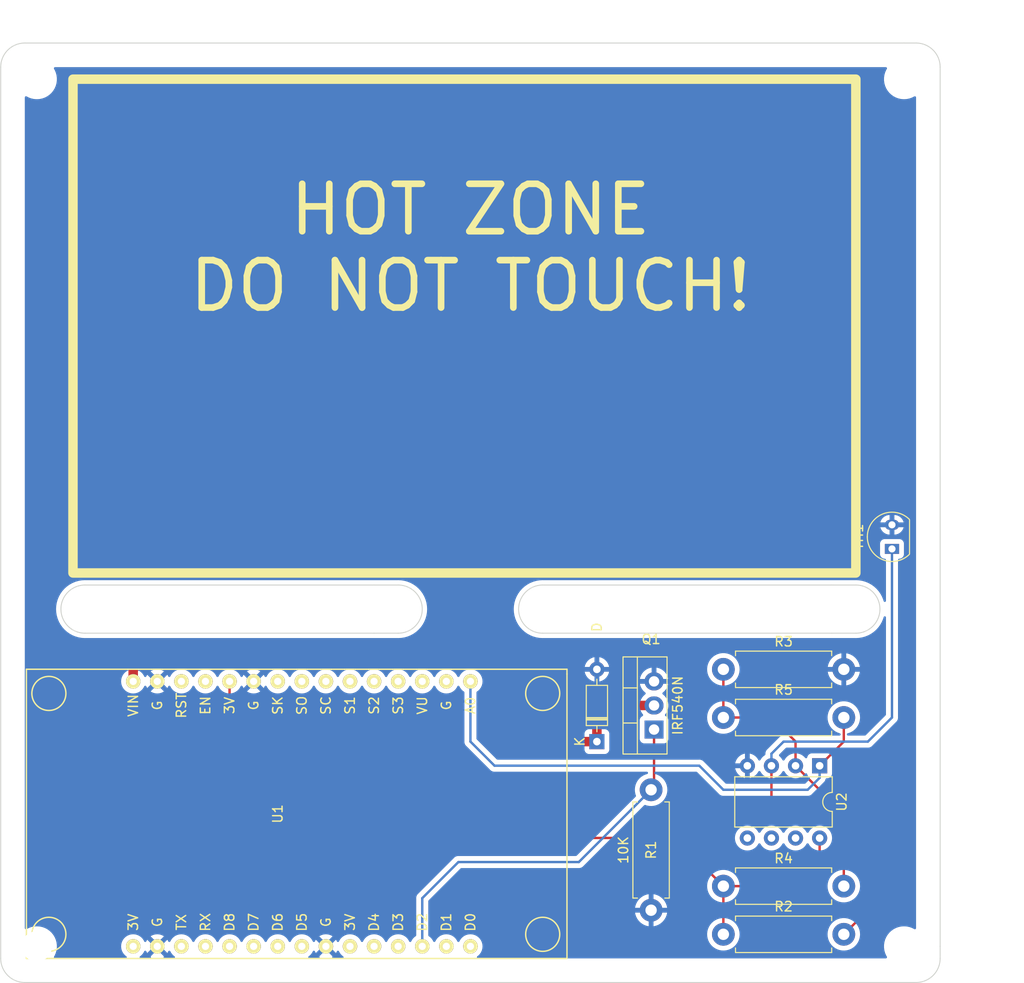
<source format=kicad_pcb>
(kicad_pcb (version 20211014) (generator pcbnew)

  (general
    (thickness 1.6)
  )

  (paper "A4")
  (layers
    (0 "F.Cu" signal)
    (31 "B.Cu" signal)
    (32 "B.Adhes" user "B.Adhesive")
    (33 "F.Adhes" user "F.Adhesive")
    (34 "B.Paste" user)
    (35 "F.Paste" user)
    (36 "B.SilkS" user "B.Silkscreen")
    (37 "F.SilkS" user "F.Silkscreen")
    (38 "B.Mask" user)
    (39 "F.Mask" user)
    (40 "Dwgs.User" user "User.Drawings")
    (41 "Cmts.User" user "User.Comments")
    (42 "Eco1.User" user "User.Eco1")
    (43 "Eco2.User" user "User.Eco2")
    (44 "Edge.Cuts" user)
    (45 "Margin" user)
    (46 "B.CrtYd" user "B.Courtyard")
    (47 "F.CrtYd" user "F.Courtyard")
    (48 "B.Fab" user)
    (49 "F.Fab" user)
    (50 "User.1" user)
    (51 "User.2" user)
    (52 "User.3" user)
    (53 "User.4" user)
    (54 "User.5" user)
    (55 "User.6" user)
    (56 "User.7" user)
    (57 "User.8" user)
    (58 "User.9" user)
  )

  (setup
    (stackup
      (layer "F.SilkS" (type "Top Silk Screen"))
      (layer "F.Paste" (type "Top Solder Paste"))
      (layer "F.Mask" (type "Top Solder Mask") (thickness 0.01))
      (layer "F.Cu" (type "copper") (thickness 0.035))
      (layer "dielectric 1" (type "core") (thickness 1.51) (material "FR4") (epsilon_r 4.5) (loss_tangent 0.02))
      (layer "B.Cu" (type "copper") (thickness 0.035))
      (layer "B.Mask" (type "Bottom Solder Mask") (thickness 0.01))
      (layer "B.Paste" (type "Bottom Solder Paste"))
      (layer "B.SilkS" (type "Bottom Silk Screen"))
      (copper_finish "None")
      (dielectric_constraints no)
    )
    (pad_to_mask_clearance 0)
    (pcbplotparams
      (layerselection 0x00010fc_ffffffff)
      (disableapertmacros false)
      (usegerberextensions false)
      (usegerberattributes true)
      (usegerberadvancedattributes true)
      (creategerberjobfile true)
      (svguseinch false)
      (svgprecision 6)
      (excludeedgelayer true)
      (plotframeref false)
      (viasonmask false)
      (mode 1)
      (useauxorigin false)
      (hpglpennumber 1)
      (hpglpenspeed 20)
      (hpglpendiameter 15.000000)
      (dxfpolygonmode true)
      (dxfimperialunits true)
      (dxfusepcbnewfont true)
      (psnegative false)
      (psa4output false)
      (plotreference true)
      (plotvalue true)
      (plotinvisibletext false)
      (sketchpadsonfab false)
      (subtractmaskfromsilk false)
      (outputformat 1)
      (mirror false)
      (drillshape 0)
      (scaleselection 1)
      (outputdirectory "out/")
    )
  )

  (net 0 "")
  (net 1 "unconnected-(U1-Pad2)")
  (net 2 "unconnected-(U1-Pad3)")
  (net 3 "unconnected-(U1-Pad4)")
  (net 4 "unconnected-(U1-Pad5)")
  (net 5 "unconnected-(U1-Pad6)")
  (net 6 "unconnected-(U1-Pad7)")
  (net 7 "unconnected-(U1-Pad8)")
  (net 8 "unconnected-(U1-Pad9)")
  (net 9 "unconnected-(U1-Pad12)")
  (net 10 "unconnected-(U1-Pad13)")
  (net 11 "unconnected-(U1-Pad16)")
  (net 12 "unconnected-(U1-Pad18)")
  (net 13 "unconnected-(U1-Pad19)")
  (net 14 "unconnected-(U1-Pad20)")
  (net 15 "unconnected-(U1-Pad21)")
  (net 16 "unconnected-(U1-Pad22)")
  (net 17 "unconnected-(U1-Pad23)")
  (net 18 "unconnected-(U1-Pad25)")
  (net 19 "unconnected-(U1-Pad26)")
  (net 20 "unconnected-(U1-Pad27)")
  (net 21 "unconnected-(U1-Pad29)")
  (net 22 "unconnected-(U1-Pad30)")
  (net 23 "VCC")
  (net 24 "GND")
  (net 25 "Net-(Q1-Pad1)")
  (net 26 "+3V3")
  (net 27 "Net-(R2-Pad2)")
  (net 28 "Net-(R4-Pad2)")
  (net 29 "/ADC0")

  (footprint "Resistor_THT:R_Axial_DIN0411_L9.9mm_D3.6mm_P12.70mm_Horizontal" (layer "F.Cu") (at 190.5 110.49))

  (footprint "Package_TO_SOT_THT:TO-220-3_Vertical" (layer "F.Cu") (at 183.19 93.98 90))

  (footprint "Resistor_THT:R_Axial_DIN0411_L9.9mm_D3.6mm_P12.70mm_Horizontal" (layer "F.Cu") (at 190.5 87.63))

  (footprint "ESP8266:NodeMCU-LoLinV3" (layer "F.Cu") (at 143.51 102.87 -90))

  (footprint "MountingHole:MountingHole_3.2mm_M3" (layer "F.Cu") (at 209.55 116.84))

  (footprint "Package_DIP:DIP-8_W7.62mm" (layer "F.Cu") (at 200.65 97.8 -90))

  (footprint "Package_TO_SOT_THT:TO-92-2" (layer "F.Cu") (at 208.28 74.93 90))

  (footprint "Resistor_THT:R_Axial_DIN0411_L9.9mm_D3.6mm_P12.70mm_Horizontal" (layer "F.Cu") (at 190.5 115.57))

  (footprint "Resistor_THT:R_Axial_DIN0411_L9.9mm_D3.6mm_P12.70mm_Horizontal" (layer "F.Cu") (at 182.88 100.33 -90))

  (footprint "MountingHole:MountingHole_3.2mm_M3" (layer "F.Cu") (at 118.11 116.84))

  (footprint "MountingHole:MountingHole_3.2mm_M3" (layer "F.Cu") (at 118.11 25.4))

  (footprint "Resistor_THT:R_Axial_DIN0411_L9.9mm_D3.6mm_P12.70mm_Horizontal" (layer "F.Cu") (at 190.5 92.71))

  (footprint "MountingHole:MountingHole_3.2mm_M3" (layer "F.Cu") (at 209.55 25.4))

  (footprint "Diode_THT:D_DO-35_SOD27_P7.62mm_Horizontal" (layer "F.Cu") (at 177.165 95.25 90))

  (gr_rect (start 121.92 25.4) (end 204.47 77.47) (layer "F.SilkS") (width 1) (fill none) (tstamp a152f063-a703-4c36-8f3f-666948886637))
  (gr_arc (start 123.19 83.82) (mid 120.65 81.28) (end 123.19 78.74) (layer "Edge.Cuts") (width 0.1) (tstamp 0bc88e76-2e2e-4cb4-8e06-f1c4d1253f61))
  (gr_arc (start 210.82 21.59) (mid 212.616051 22.333949) (end 213.36 24.13) (layer "Edge.Cuts") (width 0.1) (tstamp 2636e8c7-1d19-4048-89cd-0d5a1d0f3616))
  (gr_arc (start 213.36 118.11) (mid 212.616051 119.906051) (end 210.82 120.65) (layer "Edge.Cuts") (width 0.1) (tstamp 2d4ebdf5-600b-4a02-80c0-8613d77fd7f0))
  (gr_line (start 201.93 78.74) (end 204.47 78.74) (layer "Edge.Cuts") (width 0.1) (tstamp 363bb7e6-1115-48f7-9136-7e6eab648124))
  (gr_arc (start 171.45 83.82) (mid 168.91 81.28) (end 171.45 78.74) (layer "Edge.Cuts") (width 0.1) (tstamp 405a66d1-a84f-4752-83f8-f967dce9abca))
  (gr_line (start 201.93 83.82) (end 204.47 83.82) (layer "Edge.Cuts") (width 0.1) (tstamp 4cf7da03-5332-486c-aa34-68bf70cf8801))
  (gr_arc (start 204.47 78.74) (mid 207.01 81.28) (end 204.47 83.82) (layer "Edge.Cuts") (width 0.1) (tstamp 4f68486f-1ea9-4e69-9cf5-2365ef35979a))
  (gr_line (start 123.19 78.74) (end 153.67 78.74) (layer "Edge.Cuts") (width 0.1) (tstamp 55c15fc5-b5a9-43d7-9a88-bfa97086aa39))
  (gr_line (start 213.36 24.13) (end 213.36 116.84) (layer "Edge.Cuts") (width 0.1) (tstamp 5d52ecb2-7703-429d-9d6e-1d4065ec19b2))
  (gr_line (start 210.82 120.65) (end 116.84 120.65) (layer "Edge.Cuts") (width 0.1) (tstamp 67057d04-651f-4f55-b582-bd74269f0054))
  (gr_line (start 213.36 118.11) (end 213.36 116.84) (layer "Edge.Cuts") (width 0.1) (tstamp 6c4a9c47-b39e-4116-af07-d25fc075bc01))
  (gr_line (start 114.3 118.11) (end 114.3 24.13) (layer "Edge.Cuts") (width 0.1) (tstamp 6db957e6-8fd4-410a-83f4-6133ad518c4b))
  (gr_line (start 171.45 83.82) (end 201.93 83.82) (layer "Edge.Cuts") (width 0.1) (tstamp 84a61bcc-edb3-4f0a-b5ee-67ea7bf5fa50))
  (gr_arc (start 116.84 120.65) (mid 115.043949 119.906051) (end 114.3 118.11) (layer "Edge.Cuts") (width 0.1) (tstamp 8b9d1094-885a-498f-86cb-850195ff9047))
  (gr_line (start 171.45 78.74) (end 201.93 78.74) (layer "Edge.Cuts") (width 0.1) (tstamp a1c6121a-19fb-479d-8c88-f5f8bb896184))
  (gr_arc (start 114.3 24.13) (mid 115.043949 22.333949) (end 116.84 21.59) (layer "Edge.Cuts") (width 0.1) (tstamp aad4a83b-8cef-4ca6-99f0-718b538fd271))
  (gr_line (start 153.67 83.82) (end 156.21 83.82) (layer "Edge.Cuts") (width 0.1) (tstamp b7c39487-8f7b-4aac-a9b0-b8fb38f6405f))
  (gr_arc (start 156.21 78.74) (mid 158.75 81.28) (end 156.21 83.82) (layer "Edge.Cuts") (width 0.1) (tstamp bdbe3975-c63b-4400-934b-fd1b510361dc))
  (gr_line (start 116.84 21.59) (end 209.55 21.59) (layer "Edge.Cuts") (width 0.1) (tstamp ea5b4bfa-1915-4f97-877e-c393576dc740))
  (gr_line (start 153.67 78.74) (end 156.21 78.74) (layer "Edge.Cuts") (width 0.1) (tstamp f19a8eae-0230-4222-8201-8ff4c3ccb72a))
  (gr_line (start 123.19 83.82) (end 153.67 83.82) (layer "Edge.Cuts") (width 0.1) (tstamp f4e04a35-1b53-42a6-9fe4-09d51277124a))
  (gr_line (start 209.55 21.59) (end 210.82 21.59) (layer "Edge.Cuts") (width 0.1) (tstamp fe420f77-c9eb-481c-b9f6-270370590034))
  (gr_text "HOT ZONE\nDO NOT TOUCH!" (at 163.83 43.18) (layer "F.SilkS") (tstamp 60e61964-6ea7-468c-b4d5-c464c2964fb4)
    (effects (font (size 5 5) (thickness 0.7)))
  )
  (dimension (type aligned) (layer "Cmts.User") (tstamp 2d888120-70b2-4ada-b93e-953b16efebf9)
    (pts (xy 213.434615 21.59) (xy 213.434615 120.65))
    (height -5.005385)
    (gr_text "99.0600 mm" (at 217.29 71.12 90) (layer "Cmts.User") (tstamp 2d888120-70b2-4ada-b93e-953b16efebf9)
      (effects (font (size 1 1) (thickness 0.15)))
    )
    (format (units 3) (units_format 1) (precision 4))
    (style (thickness 0.15) (arrow_length 1.27) (text_position_mode 0) (extension_height 0.58642) (extension_offset 0.5) keep_text_aligned)
  )
  (dimension (type aligned) (layer "Cmts.User") (tstamp ac285884-6f03-4659-9705-75f1c21b3d37)
    (pts (xy 114.3 21.59) (xy 213.434615 21.59))
    (height -2.54)
    (gr_text "99.1346 mm" (at 163.867307 17.9) (layer "Cmts.User") (tstamp ac285884-6f03-4659-9705-75f1c21b3d37)
      (effects (font (size 1 1) (thickness 0.15)))
    )
    (format (units 3) (units_format 1) (precision 4))
    (style (thickness 0.15) (arrow_length 1.27) (text_position_mode 0) (extension_height 0.58642) (extension_offset 0.5) keep_text_aligned)
  )

  (segment (start 202.16 71.8) (end 122.96 71.8) (width 0.6) (layer "F.Cu") (net 23) (tstamp 0247194d-025f-4b5b-b318-9585fa2fbe90))
  (segment (start 122.96 50.199979) (end 162.56 50.199978) (width 0.6) (layer "F.Cu") (net 23) (tstamp 04bfacd5-7995-40cd-8ee2-374dc11c6ac6))
  (segment (start 122.96 26.199949) (end 162.56 26.199948) (width 0.6) (layer "F.Cu") (net 23) (tstamp 075ef848-34f2-490a-a475-4e38400a8253))
  (segment (start 122.96 61.399993) (end 162.56 61.399992) (width 0.6) (layer "F.Cu") (net 23) (tstamp 0815c3e8-317a-414c-847f-74d67681d205))
  (segment (start 122.96 62.999995) (end 162.56 62.999994) (width 0.6) (layer "F.Cu") (net 23) (tstamp 0a5d1422-a53f-4ca7-b2a2-21b3e5561dd1))
  (segment (start 162.56 27.79995) (end 202.16 27.79995) (width 0.6) (layer "F.Cu") (net 23) (tstamp 0a75d1ea-08db-42d0-97be-5780d49ef2d9))
  (segment (start 202.16 67) (end 162.56 66.999999) (width 0.6) (layer "F.Cu") (net 23) (tstamp 0b52e711-e188-425a-8f06-95514246ea7d))
  (segment (start 128.27 87.63) (end 129.54 86.36) (width 1) (layer "F.Cu") (net 23) (tstamp 0bcaad90-dd52-4a56-92d7-4147f78a060f))
  (segment (start 162.56 26.199948) (end 203.364948 26.199948) (width 0.6) (layer "F.Cu") (net 23) (tstamp 0fb6a56e-3eb9-41e8-bd29-2dda99764b4f))
  (segment (start 162.56 45.399972) (end 202.16 45.399972) (width 0.6) (layer "F.Cu") (net 23) (tstamp 108b0f01-fb46-47ec-b220-9e2e20914894))
  (segment (start 162.56 40.599966) (end 202.16 40.599966) (width 0.6) (layer "F.Cu") (net 23) (tstamp 155a2787-4783-4cf4-8852-646a3b769517))
  (segment (start 122.96 66.199999) (end 162.56 66.199998) (width 0.6) (layer "F.Cu") (net 23) (tstamp 169a5052-47dc-4567-80a2-3d7e448dc409))
  (segment (start 162.56 38.999964) (end 202.16 38.999964) (width 0.6) (layer "F.Cu") (net 23) (tstamp 1954f5aa-3e06-4af0-b6c6-3a1633818f46))
  (segment (start 177.165 95.25) (end 177.165 93.345) (width 1) (layer "F.Cu") (net 23) (tstamp 199c74f8-9fa7-4eca-9ba6-9eca9d24c650))
  (segment (start 122.96 45.399973) (end 162.56 45.399972) (width 0.6) (layer "F.Cu") (net 23) (tstamp 1d7a3ccc-30a6-44b1-8242-fe49226d0ee7))
  (segment (start 162.56 53.399982) (end 202.16 53.399982) (width 0.6) (layer "F.Cu") (net 23) (tstamp 2152d3e7-e275-4b13-a313-5f4b77a0d6b3))
  (segment (start 162.56 58.999989) (end 122.96 58.999989) (width 0.6) (layer "F.Cu") (net 23) (tstamp 267946e6-c8c9-4f86-bf2a-581d8a2b1243))
  (segment (start 122.96 56.599987) (end 162.56 56.599986) (width 0.6) (layer "F.Cu") (net 23) (tstamp 26cb768d-c086-4cf8-92d3-ee6b88c47c32))
  (segment (start 162.56 36.599961) (end 122.96 36.599961) (width 0.6) (layer "F.Cu") (net 23) (tstamp 2bef39ec-f893-4932-aaca-c30b9e6d6ada))
  (segment (start 162.56 31.799955) (end 122.96 31.799955) (width 0.6) (layer "F.Cu") (net 23) (tstamp 2e92c7e0-eb6e-462f-a681-017d77d105a3))
  (segment (start 202.16 36.599962) (end 162.56 36.599961) (width 0.6) (layer "F.Cu") (net 23) (tstamp 2ea492ca-d187-411e-bf0e-407c8b9ae7f8))
  (segment (start 202.16 54.199984) (end 162.56 54.199983) (width 0.6) (layer "F.Cu") (net 23) (tstamp 3010dde5-f663-48f5-9dce-12f956c07db8))
  (segment (start 202.16 47.799976) (end 162.56 47.799975) (width 0.6) (layer "F.Cu") (net 23) (tstamp 3018fe5f-6373-401b-8f02-d18ccc7bf3b3))
  (segment (start 202.16 55.799986) (end 162.56 55.799985) (width 0.6) (layer "F.Cu") (net 23) (tstamp 368eac1e-6330-4a19-afed-c48c08bf0252))
  (segment (start 202.16 62.199994) (end 162.56 62.199993) (width 0.6) (layer "F.Cu") (net 23) (tstamp 37d7ea29-367a-4a43-ba89-6fde03378e63))
  (segment (start 202.16 39.799966) (end 162.56 39.799965) (width 0.6) (layer "F.Cu") (net 23) (tstamp 3a31f425-20ee-437b-ba73-d1ecf25e3671))
  (segment (start 162.56 63.799995) (end 122.96 63.799995) (width 0.6) (layer "F.Cu") (net 23) (tstamp 3d3cc8a7-8c8e-4f69-9c73-0bf88abbe441))
  (segment (start 162.56 66.999999) (end 122.96 66.999999) (width 0.6) (layer "F.Cu") (net 23) (tstamp 3de1889e-e955-4dd0-b35a-c68373ce2692))
  (segment (start 122.96 42.199969) (end 162.56 42.199968) (width 0.6) (layer "F.Cu") (net 23) (tstamp 3f139287-6ac7-4c6b-b845-78baf88efae7))
  (segment (start 162.56 57.399987) (end 122.96 57.399987) (width 0.6) (layer "F.Cu") (net 23) (tstamp 40815bd9-0b3f-45ac-8db0-b5b7c5422df4))
  (segment (start 162.56 52.599981) (end 122.96 52.599981) (width 0.6) (layer "F.Cu") (net 23) (tstamp 41cf7568-2270-44f7-9109-d018421326d7))
  (segment (start 122.96 54.999985) (end 162.56 54.999984) (width 0.6) (layer "F.Cu") (net 23) (tstamp 457a265d-f791-413b-896f-6a3a228ef2fa))
  (segment (start 162.56 64.599996) (end 202.16 64.599996) (width 0.6) (layer "F.Cu") (net 23) (tstamp 46b56123-61b5-4ba5-af97-b43bce3e37d4))
  (segment (start 166.37 76.835) (end 165.1 78.105) (width 0.6) (layer "F.Cu") (net 23) (tstamp 48fc696e-535b-4d9c-a882-e1d310870425))
  (segment (start 162.56 59.79999) (end 202.16 59.79999) (width 0.6) (layer "F.Cu") (net 23) (tstamp 4bc08a26-ae0a-4d46-ba84-98c84dc23e8d))
  (segment (start 202.16 31.799956) (end 162.56 31.799955) (width 0.6) (layer "F.Cu") (net 23) (tstamp 4c3deb4e-f34a-4e6c-8e44-fe2c6155ecf4))
  (segment (start 162.56 46.999974) (end 202.16 46.999974) (width 0.6) (layer "F.Cu") (net 23) (tstamp 4c42a50f-8e35-4e2b-b28c-9f9bbf111937))
  (segment (start 202.16 49.399978) (end 162.56 49.399977) (width 0.6) (layer "F.Cu") (net 23) (tstamp 4d7ffd10-cfbc-4c79-82b7-ac0ae9d2ee39))
  (segment (start 122.96 46.999975) (end 162.56 46.999974) (width 0.6) (layer "F.Cu") (net 23) (tstamp 4df873fe-8dd9-463b-8599-f584dd769228))
  (segment (start 122.96 74.2) (end 202.16 74.2) (width 0.6) (layer "F.Cu") (net 23) (tstamp 508cff8b-029d-45fc-9971-c5a76ed78914))
  (segment (start 202.16 30.199954) (end 162.56 30.199953) (width 0.6) (layer "F.Cu") (net 23) (tstamp 523bfaed-ef72-4580-843e-0a7aa995682a))
  (segment (start 122.96 53.399983) (end 162.56 53.399982) (width 0.6) (layer "F.Cu") (net 23) (tstamp 54766a39-17cb-4ab0-9b90-9896e3bb51a3))
  (segment (start 202.16 75) (end 122.96 75) (width 0.6) (layer "F.Cu") (net 23) (tstamp 54aa0d04-8b4b-4a0e-a5b8-a9c0b14cc137))
  (segment (start 161.29 86.36) (end 162.56 85.09) (width 1) (layer "F.Cu") (net 23) (tstamp 56890336-a4ae-45fc-9962-6da4884f0446))
  (segment (start 162.56 33.399957) (end 122.96 33.399957) (width 0.6) (layer "F.Cu") (net 23) (tstamp 58c9e7dc-cce2-4f2d-b8fd-26e777c8481c))
  (segment (start 162.56 47.799975) (end 122.96 47.799975) (width 0.6) (layer "F.Cu") (net 23) (tstamp 60a3ad37-6961-4f23-9665-bc77be4b9278))
  (segment (start 162.56 60.599991) (end 122.96 60.599991) (width 0.6) (layer "F.Cu") (net 23) (tstamp 61a390bc-cf5c-4cb1-b563-606ff6ba0a42))
  (segment (start 122.96 67.8) (end 202.16 67.8) (width 0.6) (layer "F.Cu") (net 23) (tstamp 659fbd31-07eb-46f0-9c71-fc0ef8ddcbe5))
  (segment (start 203.2 76.835) (end 166.37 76.835) (width 0.6) (layer "F.Cu") (net 23) (tstamp 67fb0c5d-6d69-4d0d-b84d-61243807f9c6))
  (segment (start 122.96 59.799991) (end 162.56 59.79999) (width 0.6) (layer "F.Cu") (net 23) (tstamp 6a10c025-7d02-4749-9d79-b1170289f8f8))
  (segment (start 165.1 85.09) (end 175.26 95.25) (width 1) (layer "F.Cu") (net 23) (tstamp 6cc04877-27a9-4526-b6b1-fa33867497ca))
  (segment (start 202.16 34.99996) (end 162.56 34.999959) (width 0.6) (layer "F.Cu") (net 23) (tstamp 6da4ea30-cdc5-4c8c-af2b-82b0631e84aa))
  (segment (start 162.56 42.999969) (end 122.96 42.999969) (width 0.6) (layer "F.Cu") (net 23) (tstamp 6ec77ae5-9245-4601-8bd7-17b96ae7ebdf))
  (segment (start 202.16 46.199974) (end 162.56 46.199973) (width 0.6) (layer "F.Cu") (net 23) (tstamp 73d61c85-d9f9-446b-994a-ba7396b46de5))
  (segment (start 162.56 42.199968) (end 202.16 42.199968) (width 0.6) (layer "F.Cu") (net 23) (tstamp 774a34c3-9d78-4165-93c5-4274b49c771e))
  (segment (start 162.56 41.399967) (end 122.96 41.399967) (width 0.6) (layer "F.Cu") (net 23) (tstamp 7863238b-57e2-4a92-98b0-5ead37603a1c))
  (segment (start 162.56 43.79997) (end 202.16 43.79997) (width 0.6) (layer "F.Cu") (net 23) (tstamp 794b2db8-9a64-44f1-8a2a-7233515c8533))
  (segment (start 179.07 91.44) (end 183.19 91.44) (width 1) (layer "F.Cu") (net 23) (tstamp 7c4a172c-cad4-49bf-96e7-5427bf1e82f2))
  (segment (start 177.165 93.345) (end 179.07 91.44) (width 1) (layer "F.Cu") (net 23) (tstamp 832106cf-4f09-4bf7-8a3f-6ac259f978d2))
  (segment (start 202.16 33.399958) (end 162.56 33.399957) (width 0.6) (layer "F.Cu") (net 23) (tstamp 8536f7d0-2058-4a26-bad9-ebaf6f72993c))
  (segment (start 162.56 30.199953) (end 122.96 30.199953) (width 0.6) (layer "F.Cu") (net 23) (tstamp 8858b39e-fd55-4e9c-8cd5-5666878ef5e2))
  (segment (start 202.16 63.799996) (end 162.56 63.799995) (width 0.6) (layer "F.Cu") (net 23) (tstamp 888b92c1-86ab-47c8-81da-37daef36a9bf))
  (segment (start 122.96 27.799951) (end 162.56 27.79995) (width 0.6) (layer "F.Cu") (net 23) (tstamp 8913378a-32ce-428a-88dc-d4fb6ebcbf85))
  (segment (start 162.56 54.999984) (end 202.16 54.999984) (width 0.6) (layer "F.Cu") (net 23) (tstamp 891e56a8-0a8d-4725-93f3-6a1b83d93c09))
  (segment (start 202.16 41.399968) (end 162.56 41.399967) (width 0.6) (layer "F.Cu") (net 23) (tstamp 89bdef34-0120-4702-a612-524eeead8ecd))
  (segment (start 162.56 38.199963) (end 122.96 38.199963) (width 0.6) (layer "F.Cu") (net 23) (tstamp 8b313e1b-40dd-4dcc-be00-1cf7d7afbd33))
  (segment (start 202.16 60.599992) (end 162.56 60.599991) (width 0.6) (layer "F.Cu") (net 23) (tstamp 917a91ea-71d6-4380-8dc9-cf510e2d67a3))
  (segment (start 162.56 34.199958) (end 202.16 34.199958) (width 0.6) (layer "F.Cu") (net 23) (tstamp 919fa1c7-45b9-416b-85a5-03eaaeeda91f))
  (segment (start 162.56 85.09) (end 162.56 78.74) (width 1) (layer "F.Cu") (net 23) (tstamp 91e81159-c6da-4d48-93f4-0cd173f85c40))
  (segment (start 122.96 43.799971) (end 162.56 43.79997) (width 0.6) (layer "F.Cu") (net 23) (tstamp 934ada5e-61cf-47bc-bd18-298c0d24b677))
  (segment (start 122.96 35.799961) (end 162.56 35.79996) (width 0.6) (layer "F.Cu") (net 23) (tstamp 936be4fc-156d-4066-84ab-d0b9e0abb04e))
  (segment (start 202.16 52.599982) (end 162.56 52.599981) (width 0.6) (layer "F.Cu") (net 23) (tstamp 95eaf230-0a4f-44f9-91d6-94e3f6e4f8d4))
  (segment (start 122.96 30.999955) (end 162.56 30.999954) (width 0.6) (layer "F.Cu") (net 23) (tstamp 9651739f-70d1-4994-8eef-8ea7820366c6))
  (segment (start 122.96 40.599967) (end 162.56 40.599966) (width 0.6) (layer "F.Cu") (net 23) (tstamp 9820b921-2e00-4b37-a58a-8e96108e47b6))
  (segment (start 202.16 38.199964) (end 162.56 38.199963) (width 0.6) (layer "F.Cu") (net 23) (tstamp 982ed081-ed19-4a23-b095-176d124990bb))
  (segment (start 162.56 78.74) (end 162.56 76.2) (width 0.6) (layer "F.Cu") (net 23) (tstamp 998c82f2-1985-4ae8-ab98-cb12aefc8d8f))
  (segment (start 162.56 46.199973) (end 122.96 46.199973) (width 0.6) (layer "F.Cu") (net 23) (tstamp 99bb9384-2e47-4154-88b9-8494fe9ea0e6))
  (segment (start 162.96 75.8) (end 202.16 75.8) (width 0.6) (layer "F.Cu") (net 23) (tstamp a01dc8c9-d5ce-4b38-a828-ae9e4afdb5f1))
  (segment (start 202.16 28.599952) (end 162.56 28.599951) (width 0.6) (layer "F.Cu") (net 23) (tstamp a1c32909-f50c-4ed7-86bf-147734bac1cd))
  (segment (start 202.16 68.6) (end 122.96 68.6) (width 0.6) (layer "F.Cu") (net 23) (tstamp a286cba1-3f08-461f-8b55-bcbc1b014060))
  (segment (start 129.54 86.36) (end 161.29 86.36) (width 1) (layer "F.Cu") (net 23) (tstamp a48f760c-c2fb-4eb7-818d-954cc95bea4c))
  (segment (start 175.26 95.25) (end 177.165 95.25) (width 1) (layer "F.Cu") (net 23) (tstamp a51a545e-8c04-4e15-b882-b6290a68cddd))
  (segment (start 202.16 70.2) (end 122.96 70.2) (width 0.6) (layer "F.Cu") (net 23) (tstamp a67afc3e-d273-4a58-b91d-4cbdb64d9878))
  (segment (start 162.56 32.599956) (end 202.16 32.599956) (width 0.6) (layer "F.Cu") (net 23) (tstamp a77f3949-fb14-4aee-bc24-e9a084cb8692))
  (segment (start 162.56 34.999959) (end 122.96 34.999959) (width 0.6) (layer "F.Cu") (net 23) (tstamp a9dbd23d-a0d6-4db0-bbfb-10755385a4c6))
  (segment (start 162.56 55.799985) (end 122.96 55.799985) (width 0.6) (layer "F.Cu") (net 23) (tstamp ab59e72f-d34a-40b6-ba3d-f1921b84687d))
  (segment (start 122.96 37.399963) (end 162.56 37.399962) (width 0.6) (layer "F.Cu") (net 23) (tstamp ae3a2a10-81db-4372-9a1b-f20838f1d7f7))
  (segment (start 122.96 51.799981) (end 162.56 51.79998) (width 0.6) (layer "F.Cu") (net 23) (tstamp aef0a159-c9b0-40b8-9215-aa799b0add43))
  (segment (start 122.96 34.199959) (end 162.56 34.199958) (width 0.6) (layer "F.Cu") (net 23) (tstamp b02db85b-3fa7-4375-b03f-c42f5b1778eb))
  (segment (start 122.96 32.599957) (end 162.56 32.599956) (width 0.6) (layer "F.Cu") (net 23) (tstamp b8220517-6fec-4264-aef7-3a0de5272c3d))
  (segment (start 162.56 35.79996) (end 202.16 35.79996) (width 0.6) (layer "F.Cu") (net 23) (tstamp b8ed252e-02dc-4fdf-ac3c-b86cc1a6fb51))
  (segment (start 162.56 30.999954) (end 202.16 30.999954) (width 0.6) (layer "F.Cu") (net 23) (tstamp b941353e-2bbf-4cd5-b0c2-c3e6fd881947))
  (segment (start 162.56 61.399992) (end 202.16 61.399992) (width 0.6) (layer "F.Cu") (net 23) (tstamp b9fd804a-125a-4306-a3da-e7d44ed667a5))
  (segment (start 162.56 62.999994) (end 202.16 62.999994) (width 0.6) (layer "F.Cu") (net 23) (tstamp bb9291dd-4da8-4cce-bf05-237d0c51b161))
  (segment (start 122.96 72.6) (end 202.16 72.6) (width 0.6) (layer "F.Cu") (net 23) (tstamp bd9ab2a5-2805-4e7a-bbc2-2b373a1d0bf8))
  (segment (start 202.16 57.399988) (end 162.56 57.399987) (width 0.6) (layer "F.Cu") (net 23) (tstamp be2859bf-fccd-42fb-b8a4-2d67c1bc1aa6))
  (segment (start 202.16 44.599972) (end 162.56 44.599971) (width 0.6) (layer "F.Cu") (net 23) (tstamp c003e3db-25ec-467b-9181-5b4b2fcefd6b))
  (segment (start 202.16 73.4) (end 122.96 73.4) (width 0.6) (layer "F.Cu") (net 23) (tstamp c1d71c93-f5aa-4c6e-9986-605945992962))
  (segment (start 162.56 39.799965) (end 122.96 39.799965) (width 0.6) (layer "F.Cu") (net 23) (tstamp c24b6e08-0051-4a19-8114-f1fab461b64c))
  (segment (start 162.56 28.599951) (end 122.96 28.599951) (width 0.6) (layer "F.Cu") (net 23) (tstamp c2ae5702-90de-4854-b181-91a0481f7176))
  (segment (start 122.96 38.999965) (end 162.56 38.999964) (width 0.6) (layer "F.Cu") (net 23) (tstamp c976ab12-9c1c-4157-a706-171188cde25a))
  (segment (start 162.56 50.999979) (end 122.96 50.999979) (width 0.6) (layer "F.Cu") (net 23) (tstamp cc262f9b-7b6d-458b-baa3-b999e4bd0762))
  (segment (start 202.16 26.99995) (end 162.56 26.999949) (width 0.6) (layer "F.Cu") (net 23) (tstamp d0ce12eb-c2c7-41be-8e7a-b5d06dd4cb3b))
  (segment (start 202.16 42.99997) (end 162.56 42.999969) (width 0.6) (layer "F.Cu") (net 23) (tstamp d10b2063-18e8-491a-8bac-a23cd7436b28))
  (segment (start 128.27 88.9) (end 128.27 87.63) (width 1) (layer "F.Cu") (net 23) (tstamp d3cf2173-c240-4d4e-abd8-912511e62ddd))
  (segment (start 162.56 29.399952) (end 202.16 29.399952) (width 0.6) (layer "F.Cu") (net 23) (tstamp d65c5987-cdb2-428c-bb90-85f8fdcb4831))
  (segment (start 203.364948 26.199948) (end 203.835 26.67) (width 0.6) (layer "F.Cu") (net 23) (tstamp d7bda49a-7adc-4764-9d89-73e794764f11))
  (segment (start 162.56 66.199998) (end 202.16 66.199998) (width 0.6) (layer "F.Cu") (net 23) (tstamp d821d820-4974-4e23-92ff-6018344de339))
  (segment (start 162.56 54.199983) (end 122.96 54.199983) (width 0.6) (layer "F.Cu") (net 23) (tstamp da96ec34-f0e0-470d-a176-3e1203f13aad))
  (segment (start 162.56 58.199988) (end 202.16 58.199988) (width 0.6) (layer "F.Cu") (net 23) (tstamp daf31106-2be9-4172-96ea-f0cf1b48dafc))
  (segment (start 162.56 56.599986) (end 202.16 56.599986) (width 0.6) (layer "F.Cu") (net 23) (tstamp db5ddfaa-7346-4778-a59a-b8aa0e6c0922))
  (segment (start 162.56 37.399962) (end 202.16 37.399962) (width 0.6) (layer "F.Cu") (net 23) (tstamp db68c093-6ebd-4ef0-b9e9-79e297322726))
  (segment (start 122.96 58.199989) (end 162.56 58.199988) (width 0.6) (layer "F.Cu") (net 23) (tstamp dd7ad20c-9f17-4998-a868-277586e72ff1))
  (segment (start 202.16 65.399998) (end 162.56 65.399997) (width 0.6) (layer "F.Cu") (net 23) (tstamp e140c16c-2b93-46ca-9166-1d67d91443f2))
  (segment (start 202.16 58.99999) (end 162.56 58.999989) (width 0.6) (layer "F.Cu") (net 23) (tstamp e3695d39-624e-4369-8495-55c9d258bac7))
  (segment (start 162.56 48.599976) (end 202.16 48.599976) (width 0.6) (layer "F.Cu") (net 23) (tstamp e3fa0ee6-9bf4-4c93-80f4-25fcbe9378f9))
  (segment (start 202.16 50.99998) (end 162.56 50.999979) (width 0.6) (layer "F.Cu") (net 23) (tstamp e421f761-a06a-4dd3-92ee-ab9057380f8a))
  (segment (start 122.96 69.4) (end 202.16 69.4) (width 0.6) (layer "F.Cu") (net 23) (tstamp e49c499d-a94f-4a72-930b-417b268d2e38))
  (segment (start 162.56 49.399977) (end 122.96 49.399977) (width 0.6) (layer "F.Cu") (net 23) (tstamp e819e0b9-2778-4884-80ba-c06350ef8ef2))
  (segment (start 122.96 71) (end 202.16 71) (width 0.6) (layer "F.Cu") (net 23) (tstamp e9ddf5b4-bee8-4c2b-8f76-e628ef38b485))
  (segment (start 162.56 26.999949) (end 122.96 26.999949) (width 0.6) (layer "F.Cu") (net 23) (tstamp ed8ed889-f0d3-4478-a726-e33c57304e0f))
  (segment (start 122.96 29.399953) (end 162.56 29.399952) (width 0.6) (layer "F.Cu") (net 23) (tstamp f09801f3-f49f-4dff-9cf0-0dcf86937d28))
  (segment (start 203.835 26.67) (end 203.835 76.2) (width 0.6) (layer "F.Cu") (net 23) (tstamp f4133d83-b268-4474-8068-040b1ddd0ce8))
  (segment (start 162.56 65.399997) (end 122.96 65.399997) (width 0.6) (layer "F.Cu") (net 23) (tstamp f4a7a233-c755-4d67-a82c-9a2480fea3b4))
  (segment (start 162.56 50.199978) (end 202.16 50.199978) (width 0.6) (layer "F.Cu") (net 23) (tstamp f4c52297-48d0-4965-9dd7-e4390a6ad8ba))
  (segment (start 162.56 51.79998) (end 202.16 51.79998) (width 0.6) (layer "F.Cu") (net 23) (tstamp f9d7262b-e98f-4c84-b1f9-34debe380100))
  (segment (start 162.56 62.199993) (end 122.96 62.199993) (width 0.6) (layer "F.Cu") (net 23) (tstamp fb725b96-908f-4fc0-b498-7f210e0ae62c))
  (segment (start 203.835 76.2) (end 203.2 76.835) (width 0.6) (layer "F.Cu") (net 23) (tstamp fc0649da-b98f-4192-8a5f-f9634be879ac))
  (segment (start 165.1 78.105) (end 165.1 85.09) (width 1) (layer "F.Cu") (net 23) (tstamp fc243c4f-1516-4b82-95f5-838ff9fe1212))
  (segment (start 122.96 64.599997) (end 162.56 64.599996) (width 0.6) (layer "F.Cu") (net 23) (tstamp fc3f3cf7-0a1b-4b6b-b668-117139b5d331))
  (segment (start 122.96 48.599977) (end 162.56 48.599976) (width 0.6) (layer "F.Cu") (net 23) (tstamp ff7b1bb7-03c1-4727-878d-17d2054d4846))
  (segment (start 162.56 44.599971) (end 122.96 44.599971) (width 0.6) (layer "F.Cu") (net 23) (tstamp ffa9f7b0-d2b2-4082-a42f-7659e1e29ce8))
  (arc (start 122.96 49.399977) (mid 122.677157 49.28282) (end 122.56 48.999977) (width 0.6) (layer "F.Cu") (net 23) (tstamp 08b39a1f-8095-4cb3-91c8-67b9d40eb705))
  (arc (start 122.96 63.799995) (mid 122.677157 63.682838) (end 122.56 63.399995) (width 0.6) (layer "F.Cu") (net 23) (tstamp 09f8ec42-cda2-4108-bca1-d3e666dc9ef2))
  (arc (start 202.56 62.599994) (mid 202.442843 62.317151) (end 202.16 62.199994) (width 0.6) (layer "F.Cu") (net 23) (tstamp 0c5cdd6a-51e3-47e0-b5bc-d34dea713ca9))
  (arc (start 202.56 40.199966) (mid 202.442843 39.917123) (end 202.16 39.799966) (width 0.6) (layer "F.Cu") (net 23) (tstamp 0c86828d-5d9a-4db1-a6c0-c38255ba1878))
  (arc (start 202.16 37.399962) (mid 202.442843 37.282805) (end 202.56 36.999962) (width 0.6) (layer "F.Cu") (net 23) (tstamp 0cf397d0-1c3d-4b23-8497-ebefbdb5543a))
  (arc (start 122.96 52.599981) (mid 122.677157 52.482824) (end 122.56 52.199981) (width 0.6) (layer "F.Cu") (net 23) (tstamp 10523e59-fb9d-4ae8-9a8e-1bfd07d500fb))
  (arc (start 122.56 40.999967) (mid 122.677157 40.717124) (end 122.96 40.599967) (width 0.6) (layer "F.Cu") (net 23) (tstamp 1069b0fc-919e-4d10-beec-aaaebf77fc91))
  (arc (start 122.56 45.799973) (mid 122.677157 45.51713) (end 122.96 45.399973) (width 0.6) (layer "F.Cu") (net 23) (tstamp 15983379-f3d6-42d0-9262-197cbe8acf06))
  (arc (start 122.96 41.399967) (mid 122.677157 41.28281) (end 122.56 40.999967) (width 0.6) (layer "F.Cu") (net 23) (tstamp 16ea3039-6563-4d0e-905c-8d44a63cfd9a))
  (arc (start 122.56 74.6) (mid 122.677157 74.317157) (end 122.96 74.2) (width 0.6) (layer "F.Cu") (net 23) (tstamp 18343071-9d2e-421f-842d-186faa954b47))
  (arc (start 122.96 71.8) (mid 122.677157 71.682843) (end 122.56 71.4) (width 0.6) (layer "F.Cu") (net 23) (tstamp 18737255-1cc2-4f59-a2d2-2189e51c6178))
  (arc (start 122.56 58.599989) (mid 122.677157 58.317146) (end 122.96 58.199989) (width 0.6) (layer "F.Cu") (net 23) (tstamp 1b20d76b-b807-465a-a72c-20e1dc7cce84))
  (arc (start 122.56 32.999957) (mid 122.677157 32.717114) (end 122.96 32.599957) (width 0.6) (layer "F.Cu") (net 23) (tstamp 1c3a6fa5-a5a5-42c7-a08d-4b0c994ea1d8))
  (arc (start 122.56 44.199971) (mid 122.677157 43.917128) (end 122.96 43.799971) (width 0.6) (layer "F.Cu") (net 23) (tstamp 1fdacef7-baec-4d50-9748-be0857e57a03))
  (arc (start 122.96 70.2) (mid 122.677157 70.082843) (end 122.56 69.8) (width 0.6) (layer "F.Cu") (net 23) (tstamp 1fee7596-864e-4a08-8e84-6256bcab2f3b))
  (arc (start 202.56 72.2) (mid 202.442843 71.917157) (end 202.16 71.8) (width 0.6) (layer "F.Cu") (net 23) (tstamp 261902dd-73af-49e6-860b-a3537cdab01a))
  (arc (start 122.96 39.799965) (mid 122.677157 39.682808) (end 122.56 39.399965) (width 0.6) (layer "F.Cu") (net 23) (tstamp 269bfb66-b688-4fcd-a76e-6a94db1c7374))
  (arc (start 202.16 34.199958) (mid 202.442843 34.082801) (end 202.56 33.799958) (width 0.6) (layer "F.Cu") (net 23) (tstamp 2a1ca452-cc74-4d0f-b5e6-6175ea71f2d4))
  (arc (start 122.56 55.399985) (mid 122.677157 55.117142) (end 122.96 54.999985) (width 0.6) (layer "F.Cu") (net 23) (tstamp 2c0604f7-4fd5-43cd-94bb-285c9f79898b))
  (arc (start 122.96 34.999959) (mid 122.677157 34.882802) (end 122.56 34.599959) (width 0.6) (layer "F.Cu") (net 23) (tstamp 2ca6f73b-18b1-4d8d-8445-b26f94e79428))
  (arc (start 202.16 59.79999) (mid 202.442843 59.682833) (end 202.56 59.39999) (width 0.6) (layer "F.Cu") (net 23) (tstamp 2cb87498-9aaf-4f50-86f5-51b3d2d8f79d))
  (arc (start 122.96 57.399987) (mid 122.677157 57.28283) (end 122.56 56.999987) (width 0.6) (layer "F.Cu") (net 23) (tstamp 3223341d-abf6-47d0-a142-282b5b4dc300))
  (arc (start 122.96 47.799975) (mid 122.677157 47.682818) (end 122.56 47.399975) (width 0.6) (layer "F.Cu") (net 23) (tstamp 326d167f-a315-4a86-b541-2d6e3162bc0b))
  (arc (start 202.16 56.599986) (mid 202.442843 56.482829) (end 202.56 56.199986) (width 0.6) (layer "F.Cu") (net 23) (tstamp 328e09b5-8ca4-4546-9412-f7bdf485b05a))
  (arc (start 202.16 58.199988) (mid 202.442843 58.082831) (end 202.56 57.799988) (width 0.6) (layer "F.Cu") (net 23) (tstamp 34148fab-43a9-452e-a790-3ce6bbc038d9))
  (arc (start 202.56 54.599984) (mid 202.442843 54.317141) (end 202.16 54.199984) (width 0.6) (layer "F.Cu") (net 23) (tstamp 34924214-797b-4486-aa8b-64efc7b3825f))
  (arc (start 122.56 61.799993) (mid 122.677157 61.51715) (end 122.96 61.399993) (width 0.6) (layer "F.Cu") (net 23) (tstamp 357578e2-006f-4556-b77f-0377eee6a058))
  (arc (start 202.16 54.999984) (mid 202.442843 54.882827) (end 202.56 54.599984) (width 0.6) (layer "F.Cu") (net 23) (tstamp 379a85fe-3b7e-4827-8d8e-7c1e8549ae4f))
  (arc (start 202.56 51.39998) (mid 202.442843 51.117137) (end 202.16 50.99998) (width 0.6) (layer "F.Cu") (net 23) (tstamp 39f543e2-5d18-4768-b4f6-4215321717c4))
  (arc (start 202.16 66.199998) (mid 202.442843 66.082841) (end 202.56 65.799998) (width 0.6) (layer "F.Cu") (net 23) (tstamp 3a2cd794-3625-401e-b11f-d5a6c0f9bafe))
  (arc (start 122.96 62.199993) (mid 122.677157 62.082836) (end 122.56 61.799993) (width 0.6) (layer "F.Cu") (net 23) (tstamp 3ce234e1-08ff-466e-aca8-2e753fcd18df))
  (arc (start 122.96 31.799955) (mid 122.677157 31.682798) (end 122.56 31.399955) (width 0.6) (layer "F.Cu") (net 23) (tstamp 3e1201cf-2d4a-4146-92b2-2fd4e47fcc14))
  (arc (start 122.96 46.199973) (mid 122.677157 46.082816) (end 122.56 45.799973) (width 0.6) (layer "F.Cu") (net 23) (tstamp 415e8029-b376-450f-8654-12e5e176d8b0))
  (arc (start 202.16 50.199978) (mid 202.442843 50.082821) (end 202.56 49.799978) (width 0.6) (layer "F.Cu") (net 23) (tstamp 45a61bdb-914a-4e6f-b90b-51dccc4f1ace))
  (arc (start 122.96 28.599951) (mid 122.677157 28.482794) (end 122.56 28.199951) (width 0.6) (layer "F.Cu") (net 23) (tstamp 463ca5ca-6ea1-46c6-9306-160851a79652))
  (arc (start 202.16 61.399992) (mid 202.442843 61.282835) (end 202.56 60.999992) (width 0.6) (layer "F.Cu") (net 23) (tstamp 46ee2aed-b952-457e-bde3-fa1c86690529))
  (arc (start 122.56 69.8) (mid 122.677157 69.517157) (end 122.96 69.4) (width 0.6) (layer "F.Cu") (net 23) (tstamp 48445bd8-869f-4219-bb43-a004a01fcf8f))
  (arc (start 122.56 28.199951) (mid 122.677157 27.917108) (end 122.96 27.799951) (width 0.6) (layer "F.Cu") (net 23) (tstamp 50854f67-59e0-4fd1-9737-10459001181b))
  (arc (start 202.16 32.599956) (mid 202.442843 32.482799) (end 202.56 32.199956) (width 0.6) (layer "F.Cu") (net 23) (tstamp 52d798ab-ad71-48b7-88a4-11ab08c7f5c1))
  (arc (start 202.56 33.799958) (mid 202.442843 33.517115) (end 202.16 33.399958) (width 0.6) (layer "F.Cu") (net 23) (tstamp 53304915-c8e4-49e3-bb3e-5f9fc5440bda))
  (arc (start 122.56 34.599959) (mid 122.677157 34.317116) (end 122.96 34.199959) (width 0.6) (layer "F.Cu") (net 23) (tstamp 540a0881-b9cc-4ac4-8d1f-d855f8fd5a31))
  (arc (start 202.16 67.8) (mid 202.442843 67.682843) (end 202.56 67.4) (width 0.6) (layer "F.Cu") (net 23) (tstamp 5825fde7-05df-422e-9130-ed73c425dfb1))
  (arc (start 122.56 42.599969) (mid 122.677157 42.317126) (end 122.96 42.199969) (width 0.6) (layer "F.Cu") (net 23) (tstamp 58ef9e99-8c93-4cde-9d72-9aacc2e2e2b2))
  (arc (start 202.16 69.4) (mid 202.442843 69.282843) (end 202.56 69) (width 0.6) (layer "F.Cu") (net 23) (tstamp 591078ce-fc50-4fbf-ba9d-01844b940ea7))
  (arc (start 202.16 45.399972) (mid 202.442843 45.282815) (end 202.56 44.999972) (width 0.6) (layer "F.Cu") (net 23) (tstamp 5946a5af-5d9a-4421-9d94-a512e746a192))
  (arc (start 202.16 43.79997) (mid 202.442843 43.682813) (end 202.56 43.39997) (width 0.6) (layer "F.Cu") (net 23) (tstamp 59dfb6ca-0e7c-48e9-9956-524b4d4c3e7f))
  (arc (start 122.56 71.4) (mid 122.677157 71.117157) (end 122.96 71) (width 0.6) (layer "F.Cu") (net 23) (tstamp 5e5e92c1-7954-4482-ad4c-fd97814e537f))
  (arc (start 122.56 66.599999) (mid 122.677157 66.317156) (end 122.96 66.199999) (width 0.6) (layer "F.Cu") (net 23) (tstamp 5f14d4bd-175a-4d45-9e38-1ae557cf18f9))
  (arc (start 122.96 54.199983) (mid 122.677157 54.082826) (end 122.56 53.799983) (width 0.6) (layer "F.Cu") (net 23) (tstamp 61475617-9e10-4d53-888a-8350814140f3))
  (arc (start 122.56 39.399965) (mid 122.677157 39.117122) (end 122.96 38.999965) (width 0.6) (layer "F.Cu") (net 23) (tstamp 61616f94-9804-46dd-8d5a-c6fc5d907587))
  (arc (start 202.16 75.8) (mid 202.442843 75.682843) (end 202.56 75.4) (width 0.6) (layer "F.Cu") (net 23) (tstamp 624217c1-a537-4c05-94b9-6030ac1cb8e5))
  (arc (start 202.56 41.799968) (mid 202.442843 41.517125) (end 202.16 41.399968) (width 0.6) (layer "F.Cu") (net 23) (tstamp 628726bc-6108-48f0-a284-cf2a4a0a86b4))
  (arc (start 202.16 40.599966) (mid 202.442843 40.482809) (end 202.56 40.199966) (width 0.6) (layer "F.Cu") (net 23) (tstamp 63df291e-6018-4bbc-ae3d-293e7d513eeb))
  (arc (start 202.16 35.79996) (mid 202.442843 35.682803) (end 202.56 35.39996) (width 0.6) (layer "F.Cu") (net 23) (tstamp 662de71c-d728-485a-be3c-58a14be1c3e7))
  (arc (start 202.16 30.999954) (mid 202.442843 30.882797) (end 202.56 30.599954) (width 0.6) (layer "F.Cu") (net 23) (tstamp 669c0970-7d9c-45db-95cb-5efce0ede25f))
  (arc (start 122.96 36.599961) (mid 122.677157 36.482804) (end 122.56 36.199961) (width 0.6) (layer "F.Cu") (net 23) (tstamp 68de8ebc-353d-48c1-9506-d4389b7c239f))
  (arc (start 122.96 75) (mid 122.677157 74.882843) (end 122.56 74.6) (width 0.6) (layer "F.Cu") (net 23) (tstamp 6a2508f3-17a5-4951-9bfb-81ee7f2f2ac5))
  (arc (start 122.56 64.999997) (mid 122.677157 64.717154) (end 122.96 64.599997) (width 0.6) (layer "F.Cu") (net 23) (tstamp 6ce598a7-6d8f-4a79-aca5-95b029a72508))
  (arc (start 122.56 48.999977) (mid 122.677157 48.717134) (end 122.96 48.599977) (width 0.6) (layer "F.Cu") (net 23) (tstamp 6d0f9f1e-7ae6-4d76-b254-738bb93f4458))
  (arc (start 122.56 60.199991) (mid 122.677157 59.917148) (end 122.96 59.799991) (width 0.6) (layer "F.Cu") (net 23) (tstamp 707bbd28-68b9-44f7-a6dc-c8b368045ad8))
  (arc (start 122.56 52.199981) (mid 122.677157 51.917138) (end 122.96 51.799981) (width 0.6) (layer "F.Cu") (net 23) (tstamp 70d446bf-3d86-4ed7-a58e-0a37cf927f66))
  (arc (start 202.56 27.39995) (mid 202.442843 27.117107) (end 202.16 26.99995) (width 0.6) (layer "F.Cu") (net 23) (tstamp 72afd6f0-982a-4634-919e-7b68d35c6d3d))
  (arc (start 122.56 50.599979) (mid 122.677157 50.317136) (end 122.96 50.199979) (width 0.6) (layer "F.Cu") (net 23) (tstamp 736d5677-b296-4062-9044-941f0c57aa2e))
  (arc (start 202.16 42.199968) (mid 202.442843 42.082811) (end 202.56 41.799968) (width 0.6) (layer "F.Cu") (net 23) (tstamp 742d21a2-74a7-428d-a3a7-45162761a53b))
  (arc (start 122.96 73.4) (mid 122.677157 73.282843) (end 122.56 73) (width 0.6) (layer "F.Cu") (net 23) (tstamp 747e43fc-89f1-4712-a935-52004fe38c24))
  (arc (start 202.56 59.39999) (mid 202.442843 59.117147) (end 202.16 58.99999) (width 0.6) (layer "F.Cu") (net 23) (tstamp 74ed40b6-baf6-4c6d-9819-dacfd18f604b))
  (arc (start 122.96 58.999989) (mid 122.677157 58.882832) (end 122.56 58.599989) (width 0.6) (layer "F.Cu") (net 23) (tstamp 77e0363c-76b4-44c2-863c-a0c8561b4360))
  (arc (start 122.96 60.599991) (mid 122.677157 60.482834) (end 122.56 60.199991) (width 0.6) (layer "F.Cu") (net 23) (tstamp 7b3608ff-c748-443f-b550-e25e397625d3))
  (arc (start 202.56 28.999952) (mid 202.442843 28.717109) (end 202.16 28.599952) (width 0.6) (layer "F.Cu") (net 23) (tstamp 7c02f104-f951-4f70-826d-c9de5a14fe4e))
  (arc (start 202.56 44.999972) (mid 202.442843 44.717129) (end 202.16 44.599972) (width 0.6) (layer "F.Cu") (net 23) (tstamp 7c422f7b-2b34-4444-9957-c62563337086))
  (arc (start 122.56 63.399995) (mid 122.677157 63.117152) (end 122.96 62.999995) (width 0.6) (layer "F.Cu") (net 23) (tstamp 7ee764e4-0ca3-4edc-8319-4de66538ebdd))
  (arc (start 202.56 38.599964) (mid 202.442843 38.317121) (end 202.16 38.199964) (width 0.6) (layer "F.Cu") (net 23) (tstamp 823278bb-7edb-4f6e-8582-2c92a4366f6f))
  (arc (start 122.96 68.6) (mid 122.677157 68.482843) (end 122.56 68.2) (width 0.6) (layer "F.Cu") (net 23) (tstamp 84748db5-0cfc-4dbd-828e-0d31db36a7e7))
  (arc (start 202.16 53.399982) (mid 202.442843 53.282825) (end 202.56 52.999982) (width 0.6) (layer "F.Cu") (net 23) (tstamp 84e80ef4-b008-4dea-a60c-5b28f8fd41b4))
  (arc (start 202.56 75.4) (mid 202.442843 75.117157) (end 202.16 75) (width 0.6) (layer "F.Cu") (net 23) (tstamp 85b09a09-0751-49f4-bb04-96e3d5c2b66d))
  (arc (start 162.56 76.2) (mid 162.677157 75.917157) (end 162.96 75.8) (width 0.6) (layer "F.Cu") (net 23) (tstamp 88eee386-0057-41d0-838e-68dbb73ab3b4))
  (arc (start 122.96 38.199963) (mid 122.677157 38.082806) (end 122.56 37.799963) (width 0.6) (layer "F.Cu") (net 23) (tstamp 892210bc-a364-4717-bb1d-ebb66dda2d56))
  (arc (start 122.56 47.399975) (mid 122.677157 47.117132) (end 122.96 46.999975) (width 0.6) (layer "F.Cu") (net 23) (tstamp 89840726-6a30-4349-b6b0-284009279b0e))
  (arc (start 202.16 27.79995) (mid 202.442843 27.682793) (end 202.56 27.39995) (width 0.6) (layer "F.Cu") (net 23) (tstamp 8a39998f-5245-42db-890d-a6d7923da603))
  (arc (start 202.16 62.999994) (mid 202.442843 62.882837) (end 202.56 62.599994) (width 0.6) (layer "F.Cu") (net 23) (tstamp 8ca14baa-3c92-4e0a-bf29-b771a66052f3))
  (arc (start 202.56 64.199996) (mid 202.442843 63.917153) (end 202.16 63.799996) (width 0.6) (layer "F.Cu") (net 23) (tstamp 8dcbb9c9-5563-4348-8326-0a38c3ece71c))
  (arc (start 122.96 66.999999) (mid 122.677157 66.882842) (end 122.56 66.599999) (width 0.6) (layer "F.Cu") (net 23) (tstamp 8f8e81c7-e02d-4911-b299-5f0d93b9a2dc))
  (arc (start 122.56 53.799983) (mid 122.677157 53.51714) (end 122.96 53.399983) (width 0.6) (layer "F.Cu") (net 23) (tstamp 90678dcf-e296-4712-90f0-7575069ef47d))
  (arc (start 202.56 46.599974) (mid 202.442843 46.317131) (end 202.16 46.199974) (width 0.6) (layer "F.Cu") (net 23) (tstamp 90cdb948-8168-4629-8253-87112b5cf991))
  (arc (start 122.96 30.199953) (mid 122.677157 30.082796) (end 122.56 29.799953) (width 0.6) (layer "F.Cu") (net 23) (tstamp 94dd2116-5eb7-4080-ba21-18be0bde81f3))
  (arc (start 202.16 71) (mid 202.442843 70.882843) (end 202.56 70.6) (width 0.6) (layer "F.Cu") (net 23) (tstamp 95f504a4-7cd3-43af-9f51-a94dd1a3cfc6))
  (arc (start 202.56 57.799988) (mid 202.442843 57.517145) (end 202.16 57.399988) (width 0.6) (layer "F.Cu") (net 23) (tstamp 9686ac7e-3890-4dde-8d1c-df69ced9e7c2))
  (arc (start 202.56 56.199986) (mid 202.442843 55.917143) (end 202.16 55.799986) (width 0.6) (layer "F.Cu") (net 23) (tstamp 9f299645-ebed-4e50-a2d2-4daa5c940efa))
  (arc (start 202.56 43.39997) (mid 202.442843 43.117127) (end 202.16 42.99997) (width 0.6) (layer "F.Cu") (net 23) (tstamp a1e42fda-0356-4328-ade3-0792bab3dd79))
  (arc (start 202.56 60.999992) (mid 202.442843 60.717149) (end 202.16 60.599992) (width 0.6) (layer "F.Cu") (net 23) (tstamp a4fb10d1-ae58-4293-be8e-86bfb8a48db3))
  (arc (start 122.56 26.599949) (mid 122.677157 26.317106) (end 122.96 26.199949) (width 0.6) (layer "F.Cu") (net 23) (tstamp a8629cef-32d6-4b5d-80e2-b94c6915bef5))
  (arc (start 202.16 48.599976) (mid 202.442843 48.482819) (end 202.56 48.199976) (width 0.6) (layer "F.Cu") (net 23) (tstamp b2461191-e6c5-42c0-8345-a6bd2d75228b))
  (arc (start 202.16 51.79998) (mid 202.442843 51.682823) (end 202.56 51.39998) (width 0.6) (layer "F.Cu") (net 23) (tstamp b68f1cb7-7215-49cb-93a0-8afcf7b15b24))
  (arc (start 202.56 70.6) (mid 202.442843 70.317157) (end 202.16 70.2) (width 0.6) (layer "F.Cu") (net 23) (tstamp b869583d-af39-4ae3-9d3f-e6cbedaf8394))
  (arc (start 202.56 65.799998) (mid 202.442843 65.517155) (end 202.16 65.399998) (width 0.6) (layer "F.Cu") (net 23) (tstamp b8ed902f-af30-4c6b-af14-47b539980fbd))
  (arc (start 122.96 42.999969) (mid 122.677157 42.882812) (end 122.56 42.599969) (width 0.6) (layer "F.Cu") (net 23) (tstamp b951d38b-91c0-4405-bcff-4cb937c4b735))
  (arc (start 202.56 32.199956) (mid 202.442843 31.917113) (end 202.16 31.799956) (width 0.6) (layer "F.Cu") (net 23) (tstamp bc4a00ed-65fa-4d59-a201-44b168206de9))
  (arc (start 202.56 30.599954) (mid 202.442843 30.317111) (end 202.16 30.199954) (width 0.6) (layer "F.Cu") (net 23) (tstamp bd1d48cd-0e98-4832-8b4f-8c5ca01096fc))
  (arc (start 202.56 48.199976) (mid 202.442843 47.917133) (end 202.16 47.799976) (width 0.6) (layer "F.Cu") (net 23) (tstamp bda27cc8-0706-4103-8f3a-9ec25e0339db))
  (arc (start 122.96 65.399997) (mid 122.677157 65.28284) (end 122.56 64.999997) (width 0.6) (layer "F.Cu") (net 23) (tstamp c16e222a-b3b3-4058-a45e-e3b14c362f79))
  (arc (start 202.56 67.4) (mid 202.442843 67.117157) (end 202.16 67) (width 0.6) (layer "F.Cu") (net 23) (tstamp caedbe2d-8c6b-4e8a-bc89-838329aa2d5c))
  (arc (start 202.56 49.799978) (mid 202.442843 49.517135) (end 202.16 49.399978) (width 0.6) (layer "F.Cu") (net 23) (tstamp cffa2eaf-b062-4cde-8031-1e061fd10b87))
  (arc (start 122.96 50.999979) (mid 122.677157 50.882822) (end 122.56 50.599979) (width 0.6) (layer "F.Cu") (net 23) (tstamp d0d04ef5-fc73-4e4a-a53c-7d665977359a))
  (arc (start 202.56 73.8) (mid 202.442843 73.517157) (end 202.16 73.4) (width 0.6) (layer "F.Cu") (net 23) (tstamp d5025e51-d345-42aa-8f3c-3fbe911f0bc5))
  (arc (start 122.56 31.399955) (mid 122.677157 31.117112) (end 122.96 30.999955) (width 0.6) (layer "F.Cu") (net 23) (tstamp d68c401d-5c8e-4819-a083-d6dde9c7182c))
  (arc (start 122.56 68.2) (mid 122.677157 67.917157) (end 122.96 67.8) (width 0.6) (layer "F.Cu") (net 23) (tstamp d7bc60f3-c247-4b65-b6f0-9085a3e6139f))
  (arc (start 202.56 69) (mid 202.442843 68.717157) (end 202.16 68.6) (width 0.6) (layer "F.Cu") (net 23) (tstamp d99d0dc9-85be-4082-a37f-46928f756566))
  (arc (start 202.56 35.39996) (mid 202.442843 35.117117) (end 202.16 34.99996) (width 0.6) (layer "F.Cu") (net 23) (tstamp da100c42-7483-4203-90a2-0ef1bb41de76))
  (arc (start 122.96 44.599971) (mid 122.677157 44.482814) (end 122.56 44.199971) (width 0.6) (layer "F.Cu") (net 23) (tstamp e29481be-43af-4804-88c0-240fdea4c7d4))
  (arc (start 202.56 36.999962) (mid 202.442843 36.717119) (end 202.16 36.599962) (width 0.6) (layer "F.Cu") (net 23) (tstamp e39a7105-e742-4a24-bccf-464d44a7f15b))
  (arc (start 122.56 37.799963) (mid 122.677157 37.51712) (end 122.96 37.399963) (width 0.6) (layer "F.Cu") (net 23) (tstamp e4f4bab8-9cbc-4be9-a644-f4e3c3bb9c8f))
  (arc (start 202.16 64.599996) (mid 202.442843 64.482839) (end 202.56 64.199996) (width 0.6) (layer "F.Cu") (net 23) (tstamp e65e0cfe-03de-4daa-aeef-0e068e3a8cf0))
  (arc (start 202.16 74.2) (mid 202.442843 74.082843) (end 202.56 73.8) (width 0.6) (layer "F.Cu") (net 23) (tstamp e6d77a63-1743-4c97-af53-9924f89ef9d2))
  (arc (start 122.96 33.399957) (mid 122.677157 33.2828) (end 122.56 32.999957) (width 0.6) (layer "F.Cu") (net 23) (tstamp e7035967-91b9-4b42-ae90-1d5742fca0bc))
  (arc (start 122.96 55.799985) (mid 122.677157 55.682828) (end 122.56 55.399985) (width 0.6) (layer "F.Cu") (net 23) (tstamp e7412b6f-26c5-4d67-b2b2-4ecce77872ca))
  (arc (start 122.56 56.999987) (mid 122.677157 56.717144) (end 122.96 56.599987) (width 0.6) (layer "F.Cu") (net 23) (tstamp e9929e71-7933-4efd-8a36-37ce53f51900))
  (arc (start 202.56 52.999982) (mid 202.442843 52.717139) (end 202.16 52.599982) (width 0.6) (layer "F.Cu") (net 23) (tstamp eb295bd5-3a29-4cfe-afdc-43663f029e5d))
  (arc (start 202.16 38.999964) (mid 202.442843 38.882807) (end 202.56 38.599964) (width 0.6) (layer "F.Cu") (net 23) (tstamp ecdb3e27-cc3d-4db5-bbcb-cf98d8d32201))
  (arc (start 122.56 29.799953) (mid 122.677157 29.51711) (end 122.96 29.399953) (width 0.6) (layer "F.Cu") (net 23) (tstamp ee53b197-fd51-4b2e-8910-4ddbc0f71e82))
  (arc (start 122.96 26.999949) (mid 122.677157 26.882792) (end 122.56 26.599949) (width 0.6) (layer "F.Cu") (net 23) (tstamp ef8c152c-7a9f-45ae-adb6-33acf86634da))
  (arc (start 122.56 36.199961) (mid 122.677157 35.917118) (end 122.96 35.799961) (width 0.6) (layer "F.Cu") (net 23) (tstamp f0832ad1-2ec5-48a9-b51c-fc509c51c3ec))
  (arc (start 202.16 29.399952) (mid 202.442843 29.282795) (end 202.56 28.999952) (width 0.6) (layer "F.Cu") (net 23) (tstamp f84297fd-7e5a-473e-ad51-aa060ac0e7c5))
  (arc (start 202.16 72.6) (mid 202.442843 72.482843) (end 202.56 72.2) (width 0.6) (layer "F.Cu") (net 23) (tstamp f8f2f6e8-b5d3-4c19-a187-32aff3d3b1a0))
  (arc (start 122.56 73) (mid 122.677157 72.717157) (end 122.96 72.6) (width 0.6) (layer "F.Cu") (net 23) (tstamp fd427521-3564-4bd5-a010-902e87d5bbd6))
  (arc (start 202.16 46.999974) (mid 202.442843 46.882817) (end 202.56 46.599974) (width 0.6) (layer "F.Cu") (net 23) (tstamp ff5e8427-545c-40a6-be4a-7f840ab97ca8))
  (segment (start 183.19 93.98) (end 183.19 100.02) (width 0.25) (layer "F.Cu") (net 25) (tstamp 5701a33e-3ee2-4926-919f-705676029283))
  (segment (start 183.19 100.02) (end 182.88 100.33) (width 0.25) (layer "F.Cu") (net 25) (tstamp dea15e07-bffa-42e6-b5cf-1301074cce83))
  (segment (start 158.75 111.76) (end 158.75 116.84) (width 0.25) (layer "B.Cu") (net 25) (tstamp 119bc1b4-0f4e-4c03-b90b-eaa2c484cfe5))
  (segment (start 182.88 100.33) (end 175.26 107.95) (width 0.25) (layer "B.Cu") (net 25) (tstamp 634ffe3d-7b93-4b8e-afb6-fc1231152426))
  (segment (start 162.56 107.95) (end 158.75 111.76) (width 0.25) (layer "B.Cu") (net 25) (tstamp 672c1f6f-f1d4-4e2a-958a-75fcbacd887b))
  (segment (start 175.26 107.95) (end 162.56 107.95) (width 0.25) (layer "B.Cu") (net 25) (tstamp 7b5a55e4-6e93-43b2-b0ca-3ce05d87ef40))
  (segment (start 200.65 105.42) (end 200.65 107.96) (width 0.25) (layer "F.Cu") (net 26) (tstamp 0770b1ed-5817-4236-ad5e-e5ac0ac0479c))
  (segment (start 190.5 115.57) (end 190.5 110.49) (width 0.25) (layer "F.Cu") (net 26) (tstamp 24048ac6-9bfe-46e2-bec7-0c1e01af7064))
  (segment (start 190.5 110.49) (end 185.42 105.41) (width 0.25) (layer "F.Cu") (net 26) (tstamp 5a11b019-cc66-42e0-bebc-7c373a9cbce0))
  (segment (start 185.42 105.41) (end 140.97 105.41) (width 0.25) (layer "F.Cu") (net 26) (tstamp 7b8d916d-aa51-43aa-9bb3-98b10d0fc200))
  (segment (start 140.97 105.41) (end 138.43 102.87) (width 0.25) (layer "F.Cu") (net 26) (tstamp 9aacddce-ccd3-48c7-87cc-974132160d28))
  (segment (start 138.43 102.87) (end 138.43 88.9) (width 0.25) (layer "F.Cu") (net 26) (tstamp 9ac2906b-2187-4af9-b15c-3eb437f83cae))
  (segment (start 200.65 107.96) (end 198.12 110.49) (width 0.25) (layer "F.Cu") (net 26) (tstamp cdf6b82b-9a60-4994-a15b-36ea722a4ddc))
  (segment (start 198.12 110.49) (end 190.5 110.49) (width 0.25) (layer "F.Cu") (net 26) (tstamp f359602d-4e16-42ad-a61b-e1caf7b88596))
  (segment (start 205.74 105.41) (end 205.72 105.41) (width 0.25) (layer "F.Cu") (net 27) (tstamp 3d3037f8-63a7-493c-a49f-3e05961783ab))
  (segment (start 205.74 113.03) (end 205.74 105.41) (width 0.25) (layer "F.Cu") (net 27) (tstamp 46ce3eb3-c7fb-4602-ba01-5f641cf0a280))
  (segment (start 195.58 92.71) (end 198.12 95.25) (width 0.25) (layer "F.Cu") (net 27) (tstamp 5012c4f0-7761-45d1-ae29-0386e62d8572))
  (segment (start 198.12 95.25) (end 198.11 95.26) (width 0.25) (layer "F.Cu") (net 27) (tstamp 7ddab169-cd51-45ee-bf07-5eeeb489c316))
  (segment (start 205.72 105.41) (end 198.11 97.8) (width 0.25) (layer "F.Cu") (net 27) (tstamp 96049122-045e-4041-bfa4-cdc093bf69b1))
  (segment (start 190.5 87.63) (end 190.5 92.71) (width 0.25) (layer "F.Cu") (net 27) (tstamp 9a8cf84a-c9cf-4fb8-b720-d96d7ceae661))
  (segment (start 203.2 115.57) (end 205.74 113.03) (width 0.25) (layer "F.Cu") (net 27) (tstamp a69ea940-63be-4ebc-a839-87783d203093))
  (segment (start 190.5 92.71) (end 195.58 92.71) (width 0.25) (layer "F.Cu") (net 27) (tstamp b8c0a3fb-3560-4291-8a33-8e4894c4da6b))
  (segment (start 198.11 95.26) (end 198.11 97.8) (width 0.25) (layer "F.Cu") (net 27) (tstamp f4440d3b-9f79-47ec-a998-318f679ce161))
  (segment (start 195.57 97.8) (end 195.57 101.59) (width 0.25) (layer "F.Cu") (net 28) (tstamp 25e41e77-7ed1-4004-bb30-2f1ee77b3f65))
  (segment (start 195.57 101.59) (end 196.85 102.87) (width 0.25) (layer "F.Cu") (net 28) (tstamp 2a36e126-67ec-4273-8868-58ef2c9d029e))
  (segment (start 196.85 102.87) (end 201.93 102.87) (width 0.25) (layer "F.Cu") (net 28) (tstamp 701cba14-ff31-4d25-9453-19d9d0c469d0))
  (segment (start 203.2 104.14) (end 203.2 110.49) (width 0.25) (layer "F.Cu") (net 28) (tstamp b625e598-d576-4504-bfda-4b917daca844))
  (segment (start 201.93 102.87) (end 203.2 104.14) (width 0.25) (layer "F.Cu") (net 28) (tstamp e7ef5b3b-4f85-4f1b-9310-fe6e9ff4742f))
  (segment (start 195.57 97.8) (end 195.57 96.53) (width 0.25) (layer "B.Cu") (net 28) (tstamp 00ca98e1-d142-4f40-aedc-e42fe40b889f))
  (segment (start 195.57 96.53) (end 196.85 95.25) (width 0.25) (layer "B.Cu") (net 28) (tstamp 18d088b4-c69a-403b-8d02-c3e21a964a33))
  (segment (start 208.28 92.71) (end 208.28 74.93) (width 0.25) (layer "B.Cu") (net 28) (tstamp 73c5d7dd-f8e7-4922-baf9-15d109982f5d))
  (segment (start 205.74 95.25) (end 208.28 92.71) (width 0.25) (layer "B.Cu") (net 28) (tstamp 7a5c208d-fae5-437c-bde8-9fc9e431182e))
  (segment (start 196.85 95.25) (end 205.74 95.25) (width 0.25) (layer "B.Cu") (net 28) (tstamp c99c5170-dd69-40a2-81aa-42b80823f70d))
  (segment (start 203.2 95.25) (end 200.65 97.8) (width 0.25) (layer "F.Cu") (net 29) (tstamp 452f87c0-7736-4ba5-8bf7-4f720ebc2b14))
  (segment (start 203.2 92.71) (end 203.2 95.25) (width 0.25) (layer "F.Cu") (net 29) (tstamp eba0bee2-db04-4521-a461-661b1e84b54f))
  (segment (start 166.37 97.79) (end 163.83 95.25) (width 0.25) (layer "B.Cu") (net 29) (tstamp 00188b30-3a6e-4dd2-96d1-5bcf95645291))
  (segment (start 199.39 100.33) (end 190.5 100.33) (width 0.25) (layer "B.Cu") (net 29) (tstamp 4dfd7365-b9c8-4bfe-b73d-f74cb94a0f97))
  (segment (start 190.5 100.33) (end 187.96 97.79) (width 0.25) (layer "B.Cu") (net 29) (tstamp 56ab7b12-1f6a-47a3-a23d-686b95404551))
  (segment (start 163.83 95.25) (end 163.83 88.9) (width 0.25) (layer "B.Cu") (net 29) (tstamp 676ac893-b296-4f85-ba32-a95328b77158))
  (segment (start 187.96 97.79) (end 166.37 97.79) (width 0.25) (layer "B.Cu") (net 29) (tstamp 9ed02716-503f-426f-8c70-f11c2d41b700))
  (segment (start 200.65 99.07) (end 199.39 100.33) (width 0.25) (layer "B.Cu") (net 29) (tstamp a721b462-c350-43b5-9f69-d081c1ffc9a6))
  (segment (start 200.65 97.8) (end 200.65 99.07) (width 0.25) (layer "B.Cu") (net 29) (tstamp cc74208b-fb4b-401a-8bfd-caa1ca211be5))

  (zone (net 24) (net_name "GND") (layer "B.Cu") (tstamp 501ffb3e-4326-4658-a2d3-5d72d01d784a) (hatch edge 0.508)
    (connect_pads (clearance 0.508))
    (min_thickness 0.254) (filled_areas_thickness no)
    (fill yes (thermal_gap 0.508) (thermal_bridge_width 0.508))
    (polygon
      (pts
        (xy 210.82 118.11)
        (xy 116.84 118.11)
        (xy 116.84 24.13)
        (xy 210.82 24.13)
      )
    )
    (filled_polygon
      (layer "B.Cu")
      (pts
        (xy 207.698443 24.150002)
        (xy 207.744936 24.203658)
        (xy 207.75504 24.273932)
        (xy 207.737754 24.321835)
        (xy 207.67932 24.41719)
        (xy 207.679316 24.417198)
        (xy 207.677073 24.420858)
        (xy 207.561517 24.684102)
        (xy 207.482756 24.960594)
        (xy 207.442249 25.245216)
        (xy 207.442227 25.249505)
        (xy 207.442226 25.249512)
        (xy 207.440765 25.528417)
        (xy 207.440743 25.532703)
        (xy 207.478268 25.817734)
        (xy 207.554129 26.095036)
        (xy 207.666923 26.359476)
        (xy 207.814561 26.606161)
        (xy 207.994313 26.830528)
        (xy 208.202851 27.028423)
        (xy 208.436317 27.196186)
        (xy 208.440112 27.198195)
        (xy 208.440113 27.198196)
        (xy 208.461869 27.209715)
        (xy 208.690392 27.330712)
        (xy 208.960373 27.429511)
        (xy 209.241264 27.490755)
        (xy 209.269841 27.493004)
        (xy 209.464282 27.508307)
        (xy 209.464291 27.508307)
        (xy 209.466739 27.5085)
        (xy 209.622271 27.5085)
        (xy 209.624407 27.508354)
        (xy 209.624418 27.508354)
        (xy 209.832548 27.494165)
        (xy 209.832554 27.494164)
        (xy 209.836825 27.493873)
        (xy 209.84102 27.493004)
        (xy 209.841022 27.493004)
        (xy 209.977584 27.464723)
        (xy 210.118342 27.435574)
        (xy 210.389343 27.339607)
        (xy 210.430303 27.318466)
        (xy 210.63621 27.21219)
        (xy 210.705918 27.198721)
        (xy 210.771841 27.225076)
        (xy 210.813051 27.282889)
        (xy 210.82 27.324156)
        (xy 210.82 114.917295)
        (xy 210.799998 114.985416)
        (xy 210.746342 115.031909)
        (xy 210.676068 115.042013)
        (xy 210.635041 115.028649)
        (xy 210.409608 114.909288)
        (xy 210.274618 114.859889)
        (xy 210.143658 114.811964)
        (xy 210.143656 114.811963)
        (xy 210.139627 114.810489)
        (xy 209.858736 114.749245)
        (xy 209.827685 114.746801)
        (xy 209.635718 114.731693)
        (xy 209.635709 114.731693)
        (xy 209.633261 114.7315)
        (xy 209.477729 114.7315)
        (xy 209.475593 114.731646)
        (xy 209.475582 114.731646)
        (xy 209.267452 114.745835)
        (xy 209.267446 114.745836)
        (xy 209.263175 114.746127)
        (xy 209.25898 114.746996)
        (xy 209.258978 114.746996)
        (xy 209.122416 114.775277)
        (xy 208.981658 114.804426)
        (xy 208.710657 114.900393)
        (xy 208.455188 115.03225)
        (xy 208.451687 115.034711)
        (xy 208.451683 115.034713)
        (xy 208.438734 115.043814)
        (xy 208.219977 115.197559)
        (xy 208.204892 115.211577)
        (xy 208.086697 115.321411)
        (xy 208.009378 115.39326)
        (xy 207.827287 115.615732)
        (xy 207.677073 115.860858)
        (xy 207.561517 116.124102)
        (xy 207.560342 116.128229)
        (xy 207.560341 116.12823)
        (xy 207.540519 116.197815)
        (xy 207.482756 116.400594)
        (xy 207.442249 116.685216)
        (xy 207.442227 116.689505)
        (xy 207.442226 116.689512)
        (xy 207.44083 116.956082)
        (xy 207.440743 116.972703)
        (xy 207.441302 116.976947)
        (xy 207.441302 116.976951)
        (xy 207.447645 117.025131)
        (xy 207.478268 117.257734)
        (xy 207.479401 117.261874)
        (xy 207.479401 117.261876)
        (xy 207.484835 117.281738)
        (xy 207.554129 117.535036)
        (xy 207.555813 117.538984)
        (xy 207.607338 117.659781)
        (xy 207.666923 117.799476)
        (xy 207.737957 117.918165)
        (xy 207.738633 117.919294)
        (xy 207.756453 117.988017)
        (xy 207.734289 118.055466)
        (xy 207.679178 118.100224)
        (xy 207.630517 118.11)
        (xy 164.630922 118.11)
        (xy 164.562801 118.089998)
        (xy 164.516308 118.036342)
        (xy 164.506204 117.966068)
        (xy 164.535698 117.901488)
        (xy 164.558651 117.880787)
        (xy 164.64527 117.820136)
        (xy 164.645273 117.820134)
        (xy 164.649781 117.816977)
        (xy 164.806977 117.659781)
        (xy 164.818274 117.643648)
        (xy 164.931331 117.482185)
        (xy 164.931332 117.482183)
        (xy 164.934488 117.477676)
        (xy 164.936811 117.472694)
        (xy 164.936814 117.472689)
        (xy 165.026117 117.281178)
        (xy 165.026118 117.281177)
        (xy 165.02844 117.276196)
        (xy 165.03409 117.255112)
        (xy 165.077914 117.091557)
        (xy 165.085978 117.061463)
        (xy 165.105353 116.84)
        (xy 165.085978 116.618537)
        (xy 165.02844 116.403804)
        (xy 165.025018 116.396466)
        (xy 164.936814 116.207311)
        (xy 164.936811 116.207306)
        (xy 164.934488 116.202324)
        (xy 164.902038 116.15598)
        (xy 164.810136 116.02473)
        (xy 164.810134 116.024727)
        (xy 164.806977 116.020219)
        (xy 164.649781 115.863023)
        (xy 164.645273 115.859866)
        (xy 164.64527 115.859864)
        (xy 164.569505 115.806813)
        (xy 164.467677 115.735512)
        (xy 164.462695 115.733189)
        (xy 164.46269 115.733186)
        (xy 164.271178 115.643883)
        (xy 164.271177 115.643882)
        (xy 164.266196 115.64156)
        (xy 164.260888 115.640138)
        (xy 164.260886 115.640137)
        (xy 164.169805 115.615732)
        (xy 164.051463 115.584022)
        (xy 163.83 115.564647)
        (xy 163.608537 115.584022)
        (xy 163.490195 115.615732)
        (xy 163.399114 115.640137)
        (xy 163.399112 115.640138)
        (xy 163.393804 115.64156)
        (xy 163.388823 115.643882)
        (xy 163.388822 115.643883)
        (xy 163.197311 115.733186)
        (xy 163.197306 115.733189)
        (xy 163.192324 115.735512)
        (xy 163.187817 115.738668)
        (xy 163.187815 115.738669)
        (xy 163.01473 115.859864)
        (xy 163.014727 115.859866)
        (xy 163.010219 115.863023)
        (xy 162.853023 116.020219)
        (xy 162.849866 116.024727)
        (xy 162.849864 116.02473)
        (xy 162.757962 116.15598)
        (xy 162.725512 116.202324)
        (xy 162.723189 116.207306)
        (xy 162.723186 116.207311)
        (xy 162.674195 116.312373)
        (xy 162.627277 116.365658)
        (xy 162.559 116.385119)
        (xy 162.49104 116.364577)
        (xy 162.445805 116.312373)
        (xy 162.396814 116.207311)
        (xy 162.396811 116.207306)
        (xy 162.394488 116.202324)
        (xy 162.362038 116.15598)
        (xy 162.270136 116.02473)
        (xy 162.270134 116.024727)
        (xy 162.266977 116.020219)
        (xy 162.109781 115.863023)
        (xy 162.105273 115.859866)
        (xy 162.10527 115.859864)
        (xy 162.029505 115.806813)
        (xy 161.927677 115.735512)
        (xy 161.922695 115.733189)
        (xy 161.92269 115.733186)
        (xy 161.731178 115.643883)
        (xy 161.731177 115.643882)
        (xy 161.726196 115.64156)
        (xy 161.720888 115.640138)
        (xy 161.720886 115.640137)
        (xy 161.629805 115.615732)
        (xy 161.511463 115.584022)
        (xy 161.29 115.564647)
        (xy 161.068537 115.584022)
        (xy 160.950195 115.615732)
        (xy 160.859114 115.640137)
        (xy 160.859112 115.640138)
        (xy 160.853804 115.64156)
        (xy 160.848823 115.643882)
        (xy 160.848822 115.643883)
        (xy 160.657311 115.733186)
        (xy 160.657306 115.733189)
        (xy 160.652324 115.735512)
        (xy 160.647817 115.738668)
        (xy 160.647815 115.738669)
        (xy 160.47473 115.859864)
        (xy 160.474727 115.859866)
        (xy 160.470219 115.863023)
        (xy 160.313023 116.020219)
        (xy 160.309866 116.024727)
        (xy 160.309864 116.02473)
        (xy 160.217962 116.15598)
        (xy 160.185512 116.202324)
        (xy 160.183189 116.207306)
        (xy 160.183186 116.207311)
        (xy 160.134195 116.312373)
        (xy 160.087277 116.365658)
        (xy 160.019 116.385119)
        (xy 159.95104 116.364577)
        (xy 159.905805 116.312373)
        (xy 159.856814 116.207311)
        (xy 159.856811 116.207306)
        (xy 159.854488 116.202324)
        (xy 159.822038 116.15598)
        (xy 159.730136 116.02473)
        (xy 159.730134 116.024727)
        (xy 159.726977 116.020219)
        (xy 159.569781 115.863023)
        (xy 159.565273 115.859866)
        (xy 159.56527 115.859864)
        (xy 159.484275 115.803151)
        (xy 159.437229 115.770209)
        (xy 159.392901 115.714752)
        (xy 159.3835 115.666996)
        (xy 159.3835 115.525151)
        (xy 188.787296 115.525151)
        (xy 188.78752 115.529817)
        (xy 188.78752 115.529822)
        (xy 188.790192 115.585446)
        (xy 188.79948 115.778798)
        (xy 188.816585 115.864792)
        (xy 188.847502 116.020219)
        (xy 188.849021 116.027857)
        (xy 188.8506 116.032255)
        (xy 188.850602 116.032262)
        (xy 188.933248 116.262449)
        (xy 188.934831 116.266858)
        (xy 188.937048 116.270984)
        (xy 189.011268 116.409114)
        (xy 189.055025 116.490551)
        (xy 189.05782 116.494294)
        (xy 189.057822 116.494297)
        (xy 189.204171 116.690282)
        (xy 189.204176 116.690288)
        (xy 189.206963 116.69402)
        (xy 189.210272 116.6973)
        (xy 189.210277 116.697306)
        (xy 189.367147 116.852812)
        (xy 189.387307 116.872797)
        (xy 189.391069 116.875555)
        (xy 189.391072 116.875558)
        (xy 189.529355 116.976951)
        (xy 189.592094 117.022953)
        (xy 189.596229 117.025129)
        (xy 189.596233 117.025131)
        (xy 189.714289 117.087243)
        (xy 189.816827 117.141191)
        (xy 189.95116 117.188102)
        (xy 190.019657 117.212022)
        (xy 190.056568 117.224912)
        (xy 190.30605 117.272278)
        (xy 190.426532 117.277011)
        (xy 190.555125 117.282064)
        (xy 190.55513 117.282064)
        (xy 190.559793 117.282247)
        (xy 190.658774 117.271407)
        (xy 190.807569 117.255112)
        (xy 190.807575 117.255111)
        (xy 190.812222 117.254602)
        (xy 190.92168 117.225784)
        (xy 191.053273 117.191138)
        (xy 191.057793 117.189948)
        (xy 191.176353 117.139011)
        (xy 191.286807 117.091557)
        (xy 191.28681 117.091555)
        (xy 191.29111 117.089708)
        (xy 191.29509 117.087245)
        (xy 191.295094 117.087243)
        (xy 191.503064 116.958547)
        (xy 191.503066 116.958545)
        (xy 191.507047 116.956082)
        (xy 191.605428 116.872797)
        (xy 191.697289 116.795031)
        (xy 191.697291 116.795029)
        (xy 191.700862 116.792006)
        (xy 191.868295 116.601084)
        (xy 192.005669 116.387512)
        (xy 192.109967 116.15598)
        (xy 192.178896 115.911575)
        (xy 192.197008 115.769207)
        (xy 192.210545 115.662798)
        (xy 192.210545 115.662792)
        (xy 192.210943 115.659667)
        (xy 192.211357 115.643883)
        (xy 192.212264 115.609233)
        (xy 192.213291 115.57)
        (xy 192.209958 115.525151)
        (xy 201.487296 115.525151)
        (xy 201.48752 115.529817)
        (xy 201.48752 115.529822)
        (xy 201.490192 115.585446)
        (xy 201.49948 115.778798)
        (xy 201.516585 115.864792)
        (xy 201.547502 116.020219)
        (xy 201.549021 116.027857)
        (xy 201.5506 116.032255)
        (xy 201.550602 116.032262)
        (xy 201.633248 116.262449)
        (xy 201.634831 116.266858)
        (xy 201.637048 116.270984)
        (xy 201.711268 116.409114)
        (xy 201.755025 116.490551)
        (xy 201.75782 116.494294)
        (xy 201.757822 116.494297)
        (xy 201.904171 116.690282)
        (xy 201.904176 116.690288)
        (xy 201.906963 116.69402)
        (xy 201.910272 116.6973)
        (xy 201.910277 116.697306)
        (xy 202.067147 116.852812)
        (xy 202.087307 116.872797)
        (xy 202.091069 116.875555)
        (xy 202.091072 116.875558)
        (xy 202.229355 116.976951)
        (xy 202.292094 117.022953)
        (xy 202.296229 117.025129)
        (xy 202.296233 117.025131)
        (xy 202.414289 117.087243)
        (xy 202.516827 117.141191)
        (xy 202.65116 117.188102)
        (xy 202.719657 117.212022)
        (xy 202.756568 117.224912)
        (xy 203.00605 117.272278)
        (xy 203.126532 117.277011)
        (xy 203.255125 117.282064)
        (xy 203.25513 117.282064)
        (xy 203.259793 117.282247)
        (xy 203.358774 117.271407)
        (xy 203.507569 117.255112)
        (xy 203.507575 117.255111)
        (xy 203.512222 117.254602)
        (xy 203.62168 117.225784)
        (xy 203.753273 117.191138)
        (xy 203.757793 117.189948)
        (xy 203.876353 117.139011)
        (xy 203.986807 117.091557)
        (xy 203.98681 117.091555)
        (xy 203.99111 117.089708)
        (xy 203.99509 117.087245)
        (xy 203.995094 117.087243)
        (xy 204.203064 116.958547)
        (xy 204.203066 116.958545)
        (xy 204.207047 116.956082)
        (xy 204.305428 116.872797)
        (xy 204.397289 116.795031)
        (xy 204.397291 116.795029)
        (xy 204.400862 116.792006)
        (xy 204.568295 116.601084)
        (xy 204.705669 116.387512)
        (xy 204.809967 116.15598)
        (xy 204.878896 115.911575)
        (xy 204.897008 115.769207)
        (xy 204.910545 115.662798)
        (xy 204.910545 115.662792)
        (xy 204.910943 115.659667)
        (xy 204.911357 115.643883)
        (xy 204.912264 115.609233)
        (xy 204.913291 115.57)
        (xy 204.894472 115.316759)
        (xy 204.838428 115.069082)
        (xy 204.828602 115.043814)
        (xy 204.748084 114.836762)
        (xy 204.748083 114.83676)
        (xy 204.746391 114.832409)
        (xy 204.733863 114.810489)
        (xy 204.622702 114.615997)
        (xy 204.6227 114.615995)
        (xy 204.620383 114.61194)
        (xy 204.463171 114.412517)
        (xy 204.278209 114.238523)
        (xy 204.150536 114.149953)
        (xy 204.073393 114.096437)
        (xy 204.07339 114.096435)
        (xy 204.069561 114.093779)
        (xy 204.065384 114.091719)
        (xy 204.065377 114.091715)
        (xy 203.845996 113.983528)
        (xy 203.845992 113.983527)
        (xy 203.84181 113.981464)
        (xy 203.59996 113.904047)
        (xy 203.595355 113.903297)
        (xy 203.353935 113.86398)
        (xy 203.353934 113.86398)
        (xy 203.349323 113.863229)
        (xy 203.222364 113.861567)
        (xy 203.100083 113.859966)
        (xy 203.10008 113.859966)
        (xy 203.095406 113.859905)
        (xy 202.843787 113.894149)
        (xy 202.599993 113.965208)
        (xy 202.36938 114.071522)
        (xy 202.365471 114.074085)
        (xy 202.160928 114.208189)
        (xy 202.160923 114.208193)
        (xy 202.157015 114.210755)
        (xy 201.967562 114.379848)
        (xy 201.805183 114.575087)
        (xy 201.673447 114.792182)
        (xy 201.671638 114.796496)
        (xy 201.671637 114.796498)
        (xy 201.580044 115.014924)
        (xy 201.575246 115.026365)
        (xy 201.574095 115.030897)
        (xy 201.574094 115.0309)
        (xy 201.570178 115.046321)
        (xy 201.512738 115.27249)
        (xy 201.487296 115.525151)
        (xy 192.209958 115.525151)
        (xy 192.194472 115.316759)
        (xy 192.138428 115.069082)
        (xy 192.128602 115.043814)
        (xy 192.048084 114.836762)
        (xy 192.048083 114.83676)
        (xy 192.046391 114.832409)
        (xy 192.033863 114.810489)
        (xy 191.922702 114.615997)
        (xy 191.9227 114.615995)
        (xy 191.920383 114.61194)
        (xy 191.763171 114.412517)
        (xy 191.578209 114.238523)
        (xy 191.450536 114.149953)
        (xy 191.373393 114.096437)
        (xy 191.37339 114.096435)
        (xy 191.369561 114.093779)
        (xy 191.365384 114.091719)
        (xy 191.365377 114.091715)
        (xy 191.145996 113.983528)
        (xy 191.145992 113.983527)
        (xy 191.14181 113.981464)
        (xy 190.89996 113.904047)
        (xy 190.895355 113.903297)
        (xy 190.653935 113.86398)
        (xy 190.653934 113.86398)
        (xy 190.649323 113.863229)
        (xy 190.522364 113.861567)
        (xy 190.400083 113.859966)
        (xy 190.40008 113.859966)
        (xy 190.395406 113.859905)
        (xy 190.143787 113.894149)
        (xy 189.899993 113.965208)
        (xy 189.66938 114.071522)
        (xy 189.665471 114.074085)
        (xy 189.460928 114.208189)
        (xy 189.460923 114.208193)
        (xy 189.457015 114.210755)
        (xy 189.267562 114.379848)
        (xy 189.105183 114.575087)
        (xy 188.973447 114.792182)
        (xy 188.971638 114.796496)
        (xy 188.971637 114.796498)
        (xy 188.880044 115.014924)
        (xy 188.875246 115.026365)
        (xy 188.874095 115.030897)
        (xy 188.874094 115.0309)
        (xy 188.870178 115.046321)
        (xy 188.812738 115.27249)
        (xy 188.787296 115.525151)
        (xy 159.3835 115.525151)
        (xy 159.3835 113.30346)
        (xy 181.192852 113.30346)
        (xy 181.228593 113.483143)
        (xy 181.231082 113.492118)
        (xy 181.313708 113.72225)
        (xy 181.317505 113.730778)
        (xy 181.433234 113.94616)
        (xy 181.438245 113.954027)
        (xy 181.58455 114.149953)
        (xy 181.590656 114.156977)
        (xy 181.764316 114.329127)
        (xy 181.771398 114.335176)
        (xy 181.968586 114.47976)
        (xy 181.976505 114.484708)
        (xy 182.192877 114.598547)
        (xy 182.201451 114.602275)
        (xy 182.432282 114.682885)
        (xy 182.441291 114.685299)
        (xy 182.608201 114.716988)
        (xy 182.621261 114.715704)
        (xy 182.625506 114.70236)
        (xy 183.134 114.70236)
        (xy 183.138171 114.716565)
        (xy 183.150933 114.71862)
        (xy 183.187487 114.714617)
        (xy 183.196649 114.712919)
        (xy 183.433107 114.650665)
        (xy 183.441926 114.647628)
        (xy 183.666584 114.551107)
        (xy 183.674856 114.5468)
        (xy 183.882777 114.418135)
        (xy 183.890317 114.412657)
        (xy 184.076943 114.254668)
        (xy 184.083593 114.248132)
        (xy 184.244813 114.064295)
        (xy 184.25042 114.056854)
        (xy 184.3827 113.851202)
        (xy 184.387147 113.843011)
        (xy 184.487572 113.620076)
        (xy 184.490767 113.611298)
        (xy 184.557135 113.375973)
        (xy 184.558993 113.366844)
        (xy 184.567246 113.301969)
        (xy 184.564958 113.287708)
        (xy 184.551938 113.284)
        (xy 183.152115 113.284)
        (xy 183.136876 113.288475)
        (xy 183.135671 113.289865)
        (xy 183.134 113.297548)
        (xy 183.134 114.70236)
        (xy 182.625506 114.70236)
        (xy 182.626 114.700808)
        (xy 182.626 113.302115)
        (xy 182.621525 113.286876)
        (xy 182.620135 113.285671)
        (xy 182.612452 113.284)
        (xy 181.207096 113.284)
        (xy 181.194695 113.287641)
        (xy 181.192852 113.30346)
        (xy 159.3835 113.30346)
        (xy 159.3835 112.757976)
        (xy 181.190675 112.757976)
        (xy 181.193435 112.772703)
        (xy 181.205614 112.776)
        (xy 182.607885 112.776)
        (xy 182.623124 112.771525)
        (xy 182.624329 112.770135)
        (xy 182.626 112.762452)
        (xy 182.626 112.757885)
        (xy 183.134 112.757885)
        (xy 183.138475 112.773124)
        (xy 183.139865 112.774329)
        (xy 183.147548 112.776)
        (xy 184.555671 112.776)
        (xy 184.569202 112.772027)
        (xy 184.570634 112.762068)
        (xy 184.518979 112.533786)
        (xy 184.516255 112.524875)
        (xy 184.427633 112.296983)
        (xy 184.423619 112.288567)
        (xy 184.302286 112.076281)
        (xy 184.29707 112.068548)
        (xy 184.145692 111.876525)
        (xy 184.139399 111.869657)
        (xy 183.961294 111.702112)
        (xy 183.95406 111.696254)
        (xy 183.753141 111.556872)
        (xy 183.745115 111.552144)
        (xy 183.52581 111.443995)
        (xy 183.517177 111.440507)
        (xy 183.284288 111.365958)
        (xy 183.275238 111.363785)
        (xy 183.15188 111.343696)
        (xy 183.138286 111.345393)
        (xy 183.134 111.3595)
        (xy 183.134 112.757885)
        (xy 182.626 112.757885)
        (xy 182.626 111.358859)
        (xy 182.621982 111.345175)
        (xy 182.60829 111.343154)
        (xy 182.528521 111.35401)
        (xy 182.519403 111.355948)
        (xy 182.284668 111.424367)
        (xy 182.275915 111.427639)
        (xy 182.053869 111.530004)
        (xy 182.045714 111.534524)
        (xy 181.841233 111.668587)
        (xy 181.833828 111.67427)
        (xy 181.651413 111.837082)
        (xy 181.644935 111.84379)
        (xy 181.488584 112.031781)
        (xy 181.483163 112.039381)
        (xy 181.356322 112.248409)
        (xy 181.352084 112.256726)
        (xy 181.257529 112.482214)
        (xy 181.254572 112.491052)
        (xy 181.194382 112.728048)
        (xy 181.192764 112.737228)
        (xy 181.190675 112.757976)
        (xy 159.3835 112.757976)
        (xy 159.3835 112.074594)
        (xy 159.403502 112.006473)
        (xy 159.420405 111.985499)
        (xy 160.960753 110.445151)
        (xy 188.787296 110.445151)
        (xy 188.79948 110.698798)
        (xy 188.849021 110.947857)
        (xy 188.8506 110.952255)
        (xy 188.850602 110.952262)
        (xy 188.895022 111.07598)
        (xy 188.934831 111.186858)
        (xy 188.937048 111.190984)
        (xy 189.050664 111.402434)
        (xy 189.055025 111.410551)
        (xy 189.05782 111.414294)
        (xy 189.057822 111.414297)
        (xy 189.204171 111.610282)
        (xy 189.204176 111.610288)
        (xy 189.206963 111.61402)
        (xy 189.210272 111.6173)
        (xy 189.210277 111.617306)
        (xy 189.38399 111.789509)
        (xy 189.387307 111.792797)
        (xy 189.391069 111.795555)
        (xy 189.391072 111.795558)
        (xy 189.504255 111.878547)
        (xy 189.592094 111.942953)
        (xy 189.596229 111.945129)
        (xy 189.596233 111.945131)
        (xy 189.67296 111.985499)
        (xy 189.816827 112.061191)
        (xy 190.056568 112.144912)
        (xy 190.30605 112.192278)
        (xy 190.426532 112.197011)
        (xy 190.555125 112.202064)
        (xy 190.55513 112.202064)
        (xy 190.559793 112.202247)
        (xy 190.658774 112.191407)
        (xy 190.807569 112.175112)
        (xy 190.807575 112.175111)
        (xy 190.812222 112.174602)
        (xy 190.92168 112.145784)
        (xy 191.053273 112.111138)
        (xy 191.057793 112.109948)
        (xy 191.222044 112.039381)
        (xy 191.286807 112.011557)
        (xy 191.28681 112.011555)
        (xy 191.29111 112.009708)
        (xy 191.29509 112.007245)
        (xy 191.295094 112.007243)
        (xy 191.503064 111.878547)
        (xy 191.503066 111.878545)
        (xy 191.507047 111.876082)
        (xy 191.608879 111.789875)
        (xy 191.697289 111.715031)
        (xy 191.697291 111.715029)
        (xy 191.700862 111.712006)
        (xy 191.868295 111.521084)
        (xy 191.890735 111.486198)
        (xy 191.974514 111.355948)
        (xy 192.005669 111.307512)
        (xy 192.109967 111.07598)
        (xy 192.178896 110.831575)
        (xy 192.210943 110.579667)
        (xy 192.213291 110.49)
        (xy 192.209958 110.445151)
        (xy 201.487296 110.445151)
        (xy 201.49948 110.698798)
        (xy 201.549021 110.947857)
        (xy 201.5506 110.952255)
        (xy 201.550602 110.952262)
        (xy 201.595022 111.07598)
        (xy 201.634831 111.186858)
        (xy 201.637048 111.190984)
        (xy 201.750664 111.402434)
        (xy 201.755025 111.410551)
        (xy 201.75782 111.414294)
        (xy 201.757822 111.414297)
        (xy 201.904171 111.610282)
        (xy 201.904176 111.610288)
        (xy 201.906963 111.61402)
        (xy 201.910272 111.6173)
        (xy 201.910277 111.617306)
        (xy 202.08399 111.789509)
        (xy 202.087307 111.792797)
        (xy 202.091069 111.795555)
        (xy 202.091072 111.795558)
        (xy 202.204255 111.878547)
        (xy 202.292094 111.942953)
        (xy 202.296229 111.945129)
        (xy 202.296233 111.945131)
        (xy 202.37296 111.985499)
        (xy 202.516827 112.061191)
        (xy 202.756568 112.144912)
        (xy 203.00605 112.192278)
        (xy 203.126532 112.197011)
        (xy 203.255125 112.202064)
        (xy 203.25513 112.202064)
        (xy 203.259793 112.202247)
        (xy 203.358774 112.191407)
        (xy 203.507569 112.175112)
        (xy 203.507575 112.175111)
        (xy 203.512222 112.174602)
        (xy 203.62168 112.145784)
        (xy 203.753273 112.111138)
        (xy 203.757793 112.109948)
        (xy 203.922044 112.039381)
        (xy 203.986807 112.011557)
        (xy 203.98681 112.011555)
        (xy 203.99111 112.009708)
        (xy 203.99509 112.007245)
        (xy 203.995094 112.007243)
        (xy 204.203064 111.878547)
        (xy 204.203066 111.878545)
        (xy 204.207047 111.876082)
        (xy 204.308879 111.789875)
        (xy 204.397289 111.715031)
        (xy 204.397291 111.715029)
        (xy 204.400862 111.712006)
        (xy 204.568295 111.521084)
        (xy 204.590735 111.486198)
        (xy 204.674514 111.355948)
        (xy 204.705669 111.307512)
        (xy 204.809967 111.07598)
        (xy 204.878896 110.831575)
        (xy 204.910943 110.579667)
        (xy 204.913291 110.49)
        (xy 204.894472 110.236759)
        (xy 204.838428 109.989082)
        (xy 204.746391 109.752409)
        (xy 204.725866 109.716498)
        (xy 204.622702 109.535997)
        (xy 204.6227 109.535995)
        (xy 204.620383 109.53194)
        (xy 204.463171 109.332517)
        (xy 204.278209 109.158523)
        (xy 204.234483 109.128189)
        (xy 204.073393 109.016437)
        (xy 204.07339 109.016435)
        (xy 204.069561 109.013779)
        (xy 204.065384 109.011719)
        (xy 204.065377 109.011715)
        (xy 203.845996 108.903528)
        (xy 203.845992 108.903527)
        (xy 203.84181 108.901464)
        (xy 203.59996 108.824047)
        (xy 203.595355 108.823297)
        (xy 203.353935 108.78398)
        (xy 203.353934 108.78398)
        (xy 203.349323 108.783229)
        (xy 203.222364 108.781567)
        (xy 203.100083 108.779966)
        (xy 203.10008 108.779966)
        (xy 203.095406 108.779905)
        (xy 202.843787 108.814149)
        (xy 202.599993 108.885208)
        (xy 202.36938 108.991522)
        (xy 202.365471 108.994085)
        (xy 202.160928 109.128189)
        (xy 202.160923 109.128193)
        (xy 202.157015 109.130755)
        (xy 201.967562 109.299848)
        (xy 201.805183 109.495087)
        (xy 201.673447 109.712182)
        (xy 201.575246 109.946365)
        (xy 201.512738 110.19249)
        (xy 201.487296 110.445151)
        (xy 192.209958 110.445151)
        (xy 192.194472 110.236759)
        (xy 192.138428 109.989082)
        (xy 192.046391 109.752409)
        (xy 192.025866 109.716498)
        (xy 191.922702 109.535997)
        (xy 191.9227 109.535995)
        (xy 191.920383 109.53194)
        (xy 191.763171 109.332517)
        (xy 191.578209 109.158523)
        (xy 191.534483 109.128189)
        (xy 191.373393 109.016437)
        (xy 191.37339 109.016435)
        (xy 191.369561 109.013779)
        (xy 191.365384 109.011719)
        (xy 191.365377 109.011715)
        (xy 191.145996 108.903528)
        (xy 191.145992 108.903527)
        (xy 191.14181 108.901464)
        (xy 190.89996 108.824047)
        (xy 190.895355 108.823297)
        (xy 190.653935 108.78398)
        (xy 190.653934 108.78398)
        (xy 190.649323 108.783229)
        (xy 190.522364 108.781567)
        (xy 190.400083 108.779966)
        (xy 190.40008 108.779966)
        (xy 190.395406 108.779905)
        (xy 190.143787 108.814149)
        (xy 189.899993 108.885208)
        (xy 189.66938 108.991522)
        (xy 189.665471 108.994085)
        (xy 189.460928 109.128189)
        (xy 189.460923 109.128193)
        (xy 189.457015 109.130755)
        (xy 189.267562 109.299848)
        (xy 189.105183 109.495087)
        (xy 188.973447 109.712182)
        (xy 188.875246 109.946365)
        (xy 188.812738 110.19249)
        (xy 188.787296 110.445151)
        (xy 160.960753 110.445151)
        (xy 162.785499 108.620405)
        (xy 162.847811 108.586379)
        (xy 162.874594 108.5835)
        (xy 175.181233 108.5835)
        (xy 175.192416 108.584027)
        (xy 175.199909 108.585702)
        (xy 175.207835 108.585453)
        (xy 175.207836 108.585453)
        (xy 175.267986 108.583562)
        (xy 175.271945 108.5835)
        (xy 175.299856 108.5835)
        (xy 175.303791 108.583003)
        (xy 175.303856 108.582995)
        (xy 175.315693 108.582062)
        (xy 175.347951 108.581048)
        (xy 175.35197 108.580922)
        (xy 175.359889 108.580673)
        (xy 175.379343 108.575021)
        (xy 175.3987 108.571013)
        (xy 175.41093 108.569468)
        (xy 175.410931 108.569468)
        (xy 175.418797 108.568474)
        (xy 175.426168 108.565555)
        (xy 175.42617 108.565555)
        (xy 175.459912 108.552196)
        (xy 175.471142 108.548351)
        (xy 175.505983 108.538229)
        (xy 175.505984 108.538229)
        (xy 175.513593 108.536018)
        (xy 175.520412 108.531985)
        (xy 175.520417 108.531983)
        (xy 175.531028 108.525707)
        (xy 175.548776 108.517012)
        (xy 175.567617 108.509552)
        (xy 175.603387 108.483564)
        (xy 175.613307 108.477048)
        (xy 175.644535 108.45858)
        (xy 175.644538 108.458578)
        (xy 175.651362 108.454542)
        (xy 175.665683 108.440221)
        (xy 175.680717 108.42738)
        (xy 175.690694 108.420131)
        (xy 175.697107 108.415472)
        (xy 175.725298 108.381395)
        (xy 175.733288 108.372616)
        (xy 178.685904 105.42)
        (xy 191.716502 105.42)
        (xy 191.736457 105.648087)
        (xy 191.795716 105.869243)
        (xy 191.798039 105.874224)
        (xy 191.798039 105.874225)
        (xy 191.890151 106.071762)
        (xy 191.890154 106.071767)
        (xy 191.892477 106.076749)
        (xy 192.023802 106.2643)
        (xy 192.1857 106.426198)
        (xy 192.190208 106.429355)
        (xy 192.190211 106.429357)
        (xy 192.268389 106.484098)
        (xy 192.373251 106.557523)
        (xy 192.378233 106.559846)
        (xy 192.378238 106.559849)
        (xy 192.575775 106.651961)
        (xy 192.580757 106.654284)
        (xy 192.586065 106.655706)
        (xy 192.586067 106.655707)
        (xy 192.796598 106.712119)
        (xy 192.7966 106.712119)
        (xy 192.801913 106.713543)
        (xy 193.03 106.733498)
        (xy 193.258087 106.713543)
        (xy 193.2634 106.712119)
        (xy 193.263402 106.712119)
        (xy 193.473933 106.655707)
        (xy 193.473935 106.655706)
        (xy 193.479243 106.654284)
        (xy 193.484225 106.651961)
        (xy 193.681762 106.559849)
        (xy 193.681767 106.559846)
        (xy 193.686749 106.557523)
        (xy 193.791611 106.484098)
        (xy 193.869789 106.429357)
        (xy 193.869792 106.429355)
        (xy 193.8743 106.426198)
        (xy 194.036198 106.2643)
        (xy 194.167523 106.076749)
        (xy 194.169846 106.071767)
        (xy 194.169849 106.071762)
        (xy 194.185805 106.037543)
        (xy 194.232722 105.984258)
        (xy 194.300999 105.964797)
        (xy 194.368959 105.985339)
        (xy 194.414195 106.037543)
        (xy 194.430151 106.071762)
        (xy 194.430154 106.071767)
        (xy 194.432477 106.076749)
        (xy 194.563802 106.2643)
        (xy 194.7257 106.426198)
        (xy 194.730208 106.429355)
        (xy 194.730211 106.429357)
        (xy 194.808389 106.484098)
        (xy 194.913251 106.557523)
        (xy 194.918233 106.559846)
        (xy 194.918238 106.559849)
        (xy 195.115775 106.651961)
        (xy 195.120757 106.654284)
        (xy 195.126065 106.655706)
        (xy 195.126067 106.655707)
        (xy 195.336598 106.712119)
        (xy 195.3366 106.712119)
        (xy 195.341913 106.713543)
        (xy 195.57 106.733498)
        (xy 195.798087 106.713543)
        (xy 195.8034 106.712119)
        (xy 195.803402 106.712119)
        (xy 196.013933 106.655707)
        (xy 196.013935 106.655706)
        (xy 196.019243 106.654284)
        (xy 196.024225 106.651961)
        (xy 196.221762 106.559849)
        (xy 196.221767 106.559846)
        (xy 196.226749 106.557523)
        (xy 196.331611 106.484098)
        (xy 196.409789 106.429357)
        (xy 196.409792 106.429355)
        (xy 196.4143 106.426198)
        (xy 196.576198 106.2643)
        (xy 196.707523 106.076749)
        (xy 196.709846 106.071767)
        (xy 196.709849 106.071762)
        (xy 196.725805 106.037543)
        (xy 196.772722 105.984258)
        (xy 196.840999 105.964797)
        (xy 196.908959 105.985339)
        (xy 196.954195 106.037543)
        (xy 196.970151 106.071762)
        (xy 196.970154 106.071767)
        (xy 196.972477 106.076749)
        (xy 197.103802 106.2643)
        (xy 197.2657 106.426198)
        (xy 197.270208 106.429355)
        (xy 197.270211 106.429357)
        (xy 197.348389 106.484098)
        (xy 197.453251 106.557523)
        (xy 197.458233 106.559846)
        (xy 197.458238 106.559849)
        (xy 197.655775 106.651961)
        (xy 197.660757 106.654284)
        (xy 197.666065 106.655706)
        (xy 197.666067 106.655707)
        (xy 197.876598 106.712119)
        (xy 197.8766 106.712119)
        (xy 197.881913 106.713543)
        (xy 198.11 106.733498)
        (xy 198.338087 106.713543)
        (xy 198.3434 106.712119)
        (xy 198.343402 106.712119)
        (xy 198.553933 106.655707)
        (xy 198.553935 106.655706)
        (xy 198.559243 106.654284)
        (xy 198.564225 106.651961)
        (xy 198.761762 106.559849)
        (xy 198.761767 106.559846)
        (xy 198.766749 106.557523)
        (xy 198.871611 106.484098)
        (xy 198.949789 106.429357)
        (xy 198.949792 106.429355)
        (xy 198.9543 106.426198)
        (xy 199.116198 106.2643)
        (xy 199.247523 106.076749)
        (xy 199.249846 106.071767)
        (xy 199.249849 106.071762)
        (xy 199.265805 106.037543)
        (xy 199.312722 105.984258)
        (xy 199.380999 105.964797)
        (xy 199.448959 105.985339)
        (xy 199.494195 106.037543)
        (xy 199.510151 106.071762)
        (xy 199.510154 106.071767)
        (xy 199.512477 106.076749)
        (xy 199.643802 106.2643)
        (xy 199.8057 106.426198)
        (xy 199.810208 106.429355)
        (xy 199.810211 106.429357)
        (xy 199.888389 106.484098)
        (xy 199.993251 106.557523)
        (xy 199.998233 106.559846)
        (xy 199.998238 106.559849)
        (xy 200.195775 106.651961)
        (xy 200.200757 106.654284)
        (xy 200.206065 106.655706)
        (xy 200.206067 106.655707)
        (xy 200.416598 106.712119)
        (xy 200.4166 106.712119)
        (xy 200.421913 106.713543)
        (xy 200.65 106.733498)
        (xy 200.878087 106.713543)
        (xy 200.8834 106.712119)
        (xy 200.883402 106.712119)
        (xy 201.093933 106.655707)
        (xy 201.093935 106.655706)
        (xy 201.099243 106.654284)
        (xy 201.104225 106.651961)
        (xy 201.301762 106.559849)
        (xy 201.301767 106.559846)
        (xy 201.306749 106.557523)
        (xy 201.411611 106.484098)
        (xy 201.489789 106.429357)
        (xy 201.489792 106.429355)
        (xy 201.4943 106.426198)
        (xy 201.656198 106.2643)
        (xy 201.787523 106.076749)
        (xy 201.789846 106.071767)
        (xy 201.789849 106.071762)
        (xy 201.881961 105.874225)
        (xy 201.881961 105.874224)
        (xy 201.884284 105.869243)
        (xy 201.943543 105.648087)
        (xy 201.963498 105.42)
        (xy 201.943543 105.191913)
        (xy 201.884284 104.970757)
        (xy 201.805805 104.802457)
        (xy 201.789849 104.768238)
        (xy 201.789846 104.768233)
        (xy 201.787523 104.763251)
        (xy 201.656198 104.5757)
        (xy 201.4943 104.413802)
        (xy 201.489792 104.410645)
        (xy 201.489789 104.410643)
        (xy 201.411611 104.355902)
        (xy 201.306749 104.282477)
        (xy 201.301767 104.280154)
        (xy 201.301762 104.280151)
        (xy 201.104225 104.188039)
        (xy 201.104224 104.188039)
        (xy 201.099243 104.185716)
        (xy 201.093935 104.184294)
        (xy 201.093933 104.184293)
        (xy 200.883402 104.127881)
        (xy 200.8834 104.127881)
        (xy 200.878087 104.126457)
        (xy 200.65 104.106502)
        (xy 200.421913 104.126457)
        (xy 200.4166 104.127881)
        (xy 200.416598 104.127881)
        (xy 200.206067 104.184293)
        (xy 200.206065 104.184294)
        (xy 200.200757 104.185716)
        (xy 200.195776 104.188039)
        (xy 200.195775 104.188039)
        (xy 199.998238 104.280151)
        (xy 199.998233 104.280154)
        (xy 199.993251 104.282477)
        (xy 199.888389 104.355902)
        (xy 199.810211 104.410643)
        (xy 199.810208 104.410645)
        (xy 199.8057 104.413802)
        (xy 199.643802 104.5757)
        (xy 199.512477 104.763251)
        (xy 199.510154 104.768233)
        (xy 199.510151 104.768238)
        (xy 199.494195 104.802457)
        (xy 199.447278 104.855742)
        (xy 199.379001 104.875203)
        (xy 199.311041 104.854661)
        (xy 199.265805 104.802457)
        (xy 199.249849 104.768238)
        (xy 199.249846 104.768233)
        (xy 199.247523 104.763251)
        (xy 199.116198 104.5757)
        (xy 198.9543 104.413802)
        (xy 198.949792 104.410645)
        (xy 198.949789 104.410643)
        (xy 198.871611 104.355902)
        (xy 198.766749 104.282477)
        (xy 198.761767 104.280154)
        (xy 198.761762 104.280151)
        (xy 198.564225 104.188039)
        (xy 198.564224 104.188039)
        (xy 198.559243 104.185716)
        (xy 198.553935 104.184294)
        (xy 198.553933 104.184293)
        (xy 198.343402 104.127881)
        (xy 198.3434 104.127881)
        (xy 198.338087 104.126457)
        (xy 198.11 104.106502)
        (xy 197.881913 104.126457)
        (xy 197.8766 104.127881)
        (xy 197.876598 104.127881)
        (xy 197.666067 104.184293)
        (xy 197.666065 104.184294)
        (xy 197.660757 104.185716)
        (xy 197.655776 104.188039)
        (xy 197.655775 104.188039)
        (xy 197.458238 104.280151)
        (xy 197.458233 104.280154)
        (xy 197.453251 104.282477)
        (xy 197.348389 104.355902)
        (xy 197.270211 104.410643)
        (xy 197.270208 104.410645)
        (xy 197.2657 104.413802)
        (xy 197.103802 104.5757)
        (xy 196.972477 104.763251)
        (xy 196.970154 104.768233)
        (xy 196.970151 104.768238)
        (xy 196.954195 104.802457)
        (xy 196.907278 104.855742)
        (xy 196.839001 104.875203)
        (xy 196.771041 104.854661)
        (xy 196.725805 104.802457)
        (xy 196.709849 104.768238)
        (xy 196.709846 104.768233)
        (xy 196.707523 104.763251)
        (xy 196.576198 104.5757)
        (xy 196.4143 104.413802)
        (xy 196.409792 104.410645)
        (xy 196.409789 104.410643)
        (xy 196.331611 104.355902)
        (xy 196.226749 104.282477)
        (xy 196.221767 104.280154)
        (xy 196.221762 104.280151)
        (xy 196.024225 104.188039)
        (xy 196.024224 104.188039)
        (xy 196.019243 104.185716)
        (xy 196.013935 104.184294)
        (xy 196.013933 104.184293)
        (xy 195.803402 104.127881)
        (xy 195.8034 104.127881)
        (xy 195.798087 104.126457)
        (xy 195.57 104.106502)
        (xy 195.341913 104.126457)
        (xy 195.3366 104.127881)
        (xy 195.336598 104.127881)
        (xy 195.126067 104.184293)
        (xy 195.126065 104.184294)
        (xy 195.120757 104.185716)
        (xy 195.115776 104.188039)
        (xy 195.115775 104.188039)
        (xy 194.918238 104.280151)
        (xy 194.918233 104.280154)
        (xy 194.913251 104.282477)
        (xy 194.808389 104.355902)
        (xy 194.730211 104.410643)
        (xy 194.730208 104.410645)
        (xy 194.7257 104.413802)
        (xy 194.563802 104.5757)
        (xy 194.432477 104.763251)
        (xy 194.430154 104.768233)
        (xy 194.430151 104.768238)
        (xy 194.414195 104.802457)
        (xy 194.367278 104.855742)
        (xy 194.299001 104.875203)
        (xy 194.231041 104.854661)
        (xy 194.185805 104.802457)
        (xy 194.169849 104.768238)
        (xy 194.169846 104.768233)
        (xy 194.167523 104.763251)
        (xy 194.036198 104.5757)
        (xy 193.8743 104.413802)
        (xy 193.869792 104.410645)
        (xy 193.869789 104.410643)
        (xy 193.791611 104.355902)
        (xy 193.686749 104.282477)
        (xy 193.681767 104.280154)
        (xy 193.681762 104.280151)
        (xy 193.484225 104.188039)
        (xy 193.484224 104.188039)
        (xy 193.479243 104.185716)
        (xy 193.473935 104.184294)
        (xy 193.473933 104.184293)
        (xy 193.263402 104.127881)
        (xy 193.2634 104.127881)
        (xy 193.258087 104.126457)
        (xy 193.03 104.106502)
        (xy 192.801913 104.126457)
        (xy 192.7966 104.127881)
        (xy 192.796598 104.127881)
        (xy 192.586067 104.184293)
        (xy 192.586065 104.184294)
        (xy 192.580757 104.185716)
        (xy 192.575776 104.188039)
        (xy 192.575775 104.188039)
        (xy 192.378238 104.280151)
        (xy 192.378233 104.280154)
        (xy 192.373251 104.282477)
        (xy 192.268389 104.355902)
        (xy 192.190211 104.410643)
        (xy 192.190208 104.410645)
        (xy 192.1857 104.413802)
        (xy 192.023802 104.5757)
        (xy 191.892477 104.763251)
        (xy 191.890154 104.768233)
        (xy 191.890151 104.768238)
        (xy 191.874195 104.802457)
        (xy 191.795716 104.970757)
        (xy 191.736457 105.191913)
        (xy 191.716502 105.42)
        (xy 178.685904 105.42)
        (xy 182.146728 101.959176)
        (xy 182.20904 101.92515)
        (xy 182.277364 101.929316)
        (xy 182.432151 101.98337)
        (xy 182.432157 101.983372)
        (xy 182.436568 101.984912)
        (xy 182.68605 102.032278)
        (xy 182.806532 102.037011)
        (xy 182.935125 102.042064)
        (xy 182.93513 102.042064)
        (xy 182.939793 102.042247)
        (xy 183.038774 102.031407)
        (xy 183.187569 102.015112)
        (xy 183.187575 102.015111)
        (xy 183.192222 102.014602)
        (xy 183.30168 101.985784)
        (xy 183.433273 101.951138)
        (xy 183.437793 101.949948)
        (xy 183.555811 101.899244)
        (xy 183.666807 101.851557)
        (xy 183.66681 101.851555)
        (xy 183.67111 101.849708)
        (xy 183.67509 101.847245)
        (xy 183.675094 101.847243)
        (xy 183.883064 101.718547)
        (xy 183.883066 101.718545)
        (xy 183.887047 101.716082)
        (xy 184.080862 101.552006)
        (xy 184.248295 101.361084)
        (xy 184.385669 101.147512)
        (xy 184.489967 100.91598)
        (xy 184.558896 100.671575)
        (xy 184.590943 100.419667)
        (xy 184.593291 100.33)
        (xy 184.574472 100.076759)
        (xy 184.518428 99.829082)
        (xy 184.46575 99.693621)
        (xy 184.428084 99.596762)
        (xy 184.428083 99.59676)
        (xy 184.426391 99.592409)
        (xy 184.412101 99.567407)
        (xy 184.302702 99.375997)
        (xy 184.3027 99.375995)
        (xy 184.300383 99.37194)
        (xy 184.143171 99.172517)
        (xy 184.047721 99.082727)
        (xy 183.96161 99.001722)
        (xy 183.961608 99.00172)
        (xy 183.958209 98.998523)
        (xy 183.8651 98.933931)
        (xy 183.753393 98.856437)
        (xy 183.75339 98.856435)
        (xy 183.749561 98.853779)
        (xy 183.745384 98.851719)
        (xy 183.745377 98.851715)
        (xy 183.525996 98.743528)
        (xy 183.525992 98.743527)
        (xy 183.52181 98.741464)
        (xy 183.297001 98.669502)
        (xy 183.238221 98.629684)
        (xy 183.210299 98.564409)
        (xy 183.2221 98.4944)
        (xy 183.269878 98.441885)
        (xy 183.335414 98.4235)
        (xy 187.645406 98.4235)
        (xy 187.713527 98.443502)
        (xy 187.734501 98.460405)
        (xy 189.996343 100.722247)
        (xy 190.003887 100.730537)
        (xy 190.008 100.737018)
        (xy 190.013777 100.742443)
        (xy 190.057667 100.783658)
        (xy 190.060509 100.786413)
        (xy 190.08023 100.806134)
        (xy 190.083425 100.808612)
        (xy 190.092447 100.816318)
        (xy 190.124679 100.846586)
        (xy 190.131628 100.850406)
        (xy 190.142432 100.856346)
        (xy 190.158956 100.867199)
        (xy 190.174959 100.879613)
        (xy 190.215543 100.897176)
        (xy 190.226173 100.902383)
        (xy 190.26494 100.923695)
        (xy 190.272617 100.925666)
        (xy 190.272622 100.925668)
        (xy 190.284558 100.928732)
        (xy 190.303266 100.935137)
        (xy 190.321855 100.943181)
        (xy 190.32968 100.94442)
        (xy 190.329682 100.944421)
        (xy 190.365519 100.950097)
        (xy 190.37714 100.952504)
        (xy 190.408959 100.960673)
        (xy 190.41997 100.9635)
        (xy 190.440231 100.9635)
        (xy 190.45994 100.965051)
        (xy 190.479943 100.968219)
        (xy 190.487835 100.967473)
        (xy 190.493062 100.966979)
        (xy 190.523954 100.964059)
        (xy 190.535811 100.9635)
        (xy 199.311233 100.9635)
        (xy 199.322416 100.964027)
        (xy 199.329909 100.965702)
        (xy 199.337835 100.965453)
        (xy 199.337836 100.965453)
        (xy 199.397986 100.963562)
        (xy 199.401945 100.9635)
        (xy 199.429856 100.9635)
        (xy 199.433791 100.963003)
        (xy 199.433856 100.962995)
        (xy 199.445693 100.962062)
        (xy 199.477951 100.961048)
        (xy 199.48197 100.960922)
        (xy 199.489889 100.960673)
        (xy 199.509343 100.955021)
        (xy 199.5287 100.951013)
        (xy 199.54093 100.949468)
        (xy 199.540931 100.949468)
        (xy 199.548797 100.948474)
        (xy 199.556168 100.945555)
        (xy 199.55617 100.945555)
        (xy 199.589912 100.932196)
        (xy 199.601142 100.928351)
        (xy 199.635983 100.918229)
        (xy 199.635984 100.918229)
        (xy 199.643593 100.916018)
        (xy 199.650412 100.911985)
        (xy 199.650417 100.911983)
        (xy 199.661028 100.905707)
        (xy 199.678776 100.897012)
        (xy 199.697617 100.889552)
        (xy 199.717987 100.874753)
        (xy 199.733387 100.863564)
        (xy 199.743307 100.857048)
        (xy 199.774535 100.83858)
        (xy 199.774538 100.838578)
        (xy 199.781362 100.834542)
        (xy 199.795683 100.820221)
        (xy 199.810717 100.80738)
        (xy 199.812432 100.806134)
        (xy 199.827107 100.795472)
        (xy 199.855298 100.761395)
        (xy 199.863288 100.752616)
        (xy 201.042253 99.573652)
        (xy 201.050539 99.566112)
        (xy 201.057018 99.562)
        (xy 201.103644 99.512348)
        (xy 201.106398 99.509507)
        (xy 201.126135 99.48977)
        (xy 201.128615 99.486573)
        (xy 201.13632 99.477551)
        (xy 201.161159 99.4511)
        (xy 201.166586 99.445321)
        (xy 201.170405 99.438375)
        (xy 201.170407 99.438372)
        (xy 201.176348 99.427566)
        (xy 201.187199 99.411047)
        (xy 201.194758 99.401301)
        (xy 201.199614 99.395041)
        (xy 201.202759 99.387772)
        (xy 201.202762 99.387768)
        (xy 201.217174 99.354463)
        (xy 201.222391 99.343813)
        (xy 201.243695 99.30506)
        (xy 201.248733 99.285437)
        (xy 201.255137 99.266734)
        (xy 201.260033 99.25542)
        (xy 201.260033 99.255419)
        (xy 201.263181 99.248145)
        (xy 201.264422 99.240313)
        (xy 201.268466 99.214786)
        (xy 201.298879 99.150634)
        (xy 201.359148 99.113109)
        (xy 201.392914 99.1085)
        (xy 201.498134 99.1085)
        (xy 201.560316 99.101745)
        (xy 201.696705 99.050615)
        (xy 201.813261 98.963261)
        (xy 201.900615 98.846705)
        (xy 201.951745 98.710316)
        (xy 201.9585 98.648134)
        (xy 201.9585 96.951866)
        (xy 201.951745 96.889684)
        (xy 201.900615 96.753295)
        (xy 201.813261 96.636739)
        (xy 201.696705 96.549385)
        (xy 201.560316 96.498255)
        (xy 201.498134 96.4915)
        (xy 199.801866 96.4915)
        (xy 199.739684 96.498255)
        (xy 199.603295 96.549385)
        (xy 199.486739 96.636739)
        (xy 199.399385 96.753295)
        (xy 199.348255 96.889684)
        (xy 199.347083 96.900474)
        (xy 199.346197 96.902606)
        (xy 199.345575 96.905222)
        (xy 199.345152 96.905121)
        (xy 199.319845 96.966035)
        (xy 199.261483 97.006463)
        (xy 199.190529 97.008922)
        (xy 199.12951 96.972629)
        (xy 199.122511 96.963969)
        (xy 199.119354 96.960207)
        (xy 199.116198 96.9557)
        (xy 198.9543 96.793802)
        (xy 198.949792 96.790645)
        (xy 198.949789 96.790643)
        (xy 198.797228 96.683819)
        (xy 198.766749 96.662477)
        (xy 198.761767 96.660154)
        (xy 198.761762 96.660151)
        (xy 198.564225 96.568039)
        (xy 198.564224 96.568039)
        (xy 198.559243 96.565716)
        (xy 198.553935 96.564294)
        (xy 198.553933 96.564293)
        (xy 198.343402 96.507881)
        (xy 198.3434 96.507881)
        (xy 198.338087 96.506457)
        (xy 198.11 96.486502)
        (xy 197.881913 96.506457)
        (xy 197.8766 96.507881)
        (xy 197.876598 96.507881)
        (xy 197.666067 96.564293)
        (xy 197.666065 96.564294)
        (xy 197.660757 96.565716)
        (xy 197.655776 96.568039)
        (xy 197.655775 96.568039)
        (xy 197.458238 96.660151)
        (xy 197.458233 96.660154)
        (xy 197.453251 96.662477)
        (xy 197.422772 96.683819)
        (xy 197.270211 96.790643)
        (xy 197.270208 96.790645)
        (xy 197.2657 96.793802)
        (xy 197.103802 96.9557)
        (xy 196.972477 97.143251)
        (xy 196.970154 97.148233)
        (xy 196.970151 97.148238)
        (xy 196.954195 97.182457)
        (xy 196.907278 97.235742)
        (xy 196.839001 97.255203)
        (xy 196.771041 97.234661)
        (xy 196.725805 97.182457)
        (xy 196.709849 97.148238)
        (xy 196.709846 97.148233)
        (xy 196.707523 97.143251)
        (xy 196.576198 96.9557)
        (xy 196.4143 96.793802)
        (xy 196.409789 96.790643)
        (xy 196.405576 96.787108)
        (xy 196.406894 96.785537)
        (xy 196.368159 96.737059)
        (xy 196.360864 96.666438)
        (xy 196.395673 96.600231)
        (xy 197.075499 95.920405)
        (xy 197.137811 95.886379)
        (xy 197.164594 95.8835)
        (xy 205.661233 95.8835)
        (xy 205.672416 95.884027)
        (xy 205.679909 95.885702)
        (xy 205.687835 95.885453)
        (xy 205.687836 95.885453)
        (xy 205.747986 95.883562)
        (xy 205.751945 95.8835)
        (xy 205.779856 95.8835)
        (xy 205.783791 95.883003)
        (xy 205.783856 95.882995)
        (xy 205.795693 95.882062)
        (xy 205.827951 95.881048)
        (xy 205.83197 95.880922)
        (xy 205.839889 95.880673)
        (xy 205.859343 95.875021)
        (xy 205.8787 95.871013)
        (xy 205.89093 95.869468)
        (xy 205.890931 95.869468)
        (xy 205.898797 95.868474)
        (xy 205.906168 95.865555)
        (xy 205.90617 95.865555)
        (xy 205.939912 95.852196)
        (xy 205.951142 95.848351)
        (xy 205.985983 95.838229)
        (xy 205.985984 95.838229)
        (xy 205.993593 95.836018)
        (xy 206.000412 95.831985)
        (xy 206.000417 95.831983)
        (xy 206.011028 95.825707)
        (xy 206.028776 95.817012)
        (xy 206.047617 95.809552)
        (xy 206.083387 95.783564)
        (xy 206.093307 95.777048)
        (xy 206.124535 95.75858)
        (xy 206.124538 95.758578)
        (xy 206.131362 95.754542)
        (xy 206.145683 95.740221)
        (xy 206.160717 95.72738)
        (xy 206.170694 95.720131)
        (xy 206.177107 95.715472)
        (xy 206.205298 95.681395)
        (xy 206.213288 95.672616)
        (xy 208.672247 93.213657)
        (xy 208.680537 93.206113)
        (xy 208.687018 93.202)
        (xy 208.733659 93.152332)
        (xy 208.736413 93.149491)
        (xy 208.756134 93.12977)
        (xy 208.758612 93.126575)
        (xy 208.766318 93.117553)
        (xy 208.791158 93.091101)
        (xy 208.796586 93.085321)
        (xy 208.806346 93.067568)
        (xy 208.817199 93.051045)
        (xy 208.824753 93.041306)
        (xy 208.829613 93.035041)
        (xy 208.847176 92.994457)
        (xy 208.852383 92.983827)
        (xy 208.873695 92.94506)
        (xy 208.875666 92.937383)
        (xy 208.875668 92.937378)
        (xy 208.878732 92.925442)
        (xy 208.885138 92.90673)
        (xy 208.890034 92.895417)
        (xy 208.893181 92.888145)
        (xy 208.900097 92.844481)
        (xy 208.902504 92.83286)
        (xy 208.911528 92.797711)
        (xy 208.911528 92.79771)
        (xy 208.9135 92.79003)
        (xy 208.9135 92.769769)
        (xy 208.915051 92.750058)
        (xy 208.916979 92.737885)
        (xy 208.918219 92.730057)
        (xy 208.914059 92.686046)
        (xy 208.9135 92.674189)
        (xy 208.9135 76.0895)
        (xy 208.933502 76.021379)
        (xy 208.987158 75.974886)
        (xy 209.0395 75.9635)
        (xy 209.078134 75.9635)
        (xy 209.140316 75.956745)
        (xy 209.276705 75.905615)
        (xy 209.393261 75.818261)
        (xy 209.480615 75.701705)
        (xy 209.531745 75.565316)
        (xy 209.5385 75.503134)
        (xy 209.5385 74.356866)
        (xy 209.531745 74.294684)
        (xy 209.480615 74.158295)
        (xy 209.393261 74.041739)
        (xy 209.276705 73.954385)
        (xy 209.140316 73.903255)
        (xy 209.078134 73.8965)
        (xy 207.481866 73.8965)
        (xy 207.419684 73.903255)
        (xy 207.283295 73.954385)
        (xy 207.166739 74.041739)
        (xy 207.079385 74.158295)
        (xy 207.028255 74.294684)
        (xy 207.0215 74.356866)
        (xy 207.0215 75.503134)
        (xy 207.028255 75.565316)
        (xy 207.079385 75.701705)
        (xy 207.166739 75.818261)
        (xy 207.283295 75.905615)
        (xy 207.419684 75.956745)
        (xy 207.481866 75.9635)
        (xy 207.5205 75.9635)
        (xy 207.588621 75.983502)
        (xy 207.635114 76.037158)
        (xy 207.6465 76.0895)
        (xy 207.6465 80.401422)
        (xy 207.626498 80.469543)
        (xy 207.572842 80.516036)
        (xy 207.502568 80.52614)
        (xy 207.437988 80.496646)
        (xy 207.399424 80.436303)
        (xy 207.352941 80.274956)
        (xy 207.352941 80.274955)
        (xy 207.351962 80.271558)
        (xy 207.350608 80.268289)
        (xy 207.222285 79.958489)
        (xy 207.222282 79.958484)
        (xy 207.220931 79.955221)
        (xy 207.055306 79.655545)
        (xy 206.857168 79.376297)
        (xy 206.629011 79.120989)
        (xy 206.373703 78.892832)
        (xy 206.094455 78.694694)
        (xy 205.794779 78.529069)
        (xy 205.791516 78.527718)
        (xy 205.791511 78.527715)
        (xy 205.481711 78.399392)
        (xy 205.48171 78.399392)
        (xy 205.478442 78.398038)
        (xy 205.149424 78.30325)
        (xy 204.811861 78.245896)
        (xy 204.66181 78.237469)
        (xy 204.498243 78.228283)
        (xy 204.492209 78.227608)
        (xy 204.492204 78.227666)
        (xy 204.487344 78.22723)
        (xy 204.482552 78.226424)
        (xy 204.476353 78.226348)
        (xy 204.47486 78.22633)
        (xy 204.474857 78.22633)
        (xy 204.47 78.226271)
        (xy 204.455951 78.228283)
        (xy 204.442376 78.230227)
        (xy 204.424514 78.2315)
        (xy 171.50325 78.2315)
        (xy 171.482345 78.229754)
        (xy 171.467344 78.22723)
        (xy 171.467341 78.22723)
        (xy 171.462552 78.226424)
        (xy 171.456555 78.226351)
        (xy 171.454868 78.22633)
        (xy 171.454864 78.22633)
        (xy 171.45 78.226271)
        (xy 171.445181 78.226961)
        (xy 171.445031 78.226971)
        (xy 171.443907 78.227039)
        (xy 171.230935 78.239)
        (xy 171.108139 78.245896)
        (xy 170.770576 78.30325)
        (xy 170.441558 78.398038)
        (xy 170.43829 78.399392)
        (xy 170.438289 78.399392)
        (xy 170.128489 78.527715)
        (xy 170.128484 78.527718)
        (xy 170.125221 78.529069)
        (xy 169.825545 78.694694)
        (xy 169.546297 78.892832)
        (xy 169.290989 79.120989)
        (xy 169.062832 79.376297)
        (xy 168.864694 79.655545)
        (xy 168.699069 79.955221)
        (xy 168.697718 79.958484)
        (xy 168.697715 79.958489)
        (xy 168.569392 80.268289)
        (xy 168.568038 80.271558)
        (xy 168.47325 80.600576)
        (xy 168.415896 80.938139)
        (xy 168.396697 81.28)
        (xy 168.415896 81.621861)
        (xy 168.47325 81.959424)
        (xy 168.568038 82.288442)
        (xy 168.569392 82.29171)
        (xy 168.569392 82.291711)
        (xy 168.63559 82.451526)
        (xy 168.699069 82.604779)
        (xy 168.864694 82.904455)
        (xy 169.062832 83.183703)
        (xy 169.290989 83.439011)
        (xy 169.546297 83.667168)
        (xy 169.825545 83.865306)
        (xy 170.125221 84.030931)
        (xy 170.128484 84.032282)
        (xy 170.128489 84.032285)
        (xy 170.438289 84.160608)
        (xy 170.441558 84.161962)
        (xy 170.770576 84.25675)
        (xy 171.108139 84.314104)
        (xy 171.25819 84.322531)
        (xy 171.421757 84.331717)
        (xy 171.427791 84.332392)
        (xy 171.427796 84.332334)
        (xy 171.432656 84.33277)
        (xy 171.437448 84.333576)
        (xy 171.443647 84.333652)
        (xy 171.44514 84.33367)
        (xy 171.445143 84.33367)
        (xy 171.45 84.333729)
        (xy 171.477624 84.329773)
        (xy 171.495486 84.3285)
        (xy 204.41675 84.3285)
        (xy 204.437655 84.330246)
        (xy 204.452656 84.33277)
        (xy 204.452659 84.33277)
        (xy 204.457448 84.333576)
        (xy 204.463445 84.333649)
        (xy 204.465132 84.33367)
        (xy 204.465136 84.33367)
        (xy 204.47 84.333729)
        (xy 204.474819 84.333039)
        (xy 204.474969 84.333029)
        (xy 204.476093 84.332961)
        (xy 204.689065 84.321)
        (xy 204.811861 84.314104)
        (xy 205.149424 84.25675)
        (xy 205.478442 84.161962)
        (xy 205.481711 84.160608)
        (xy 205.791511 84.032285)
        (xy 205.791516 84.032282)
        (xy 205.794779 84.030931)
        (xy 206.094455 83.865306)
        (xy 206.373703 83.667168)
        (xy 206.629011 83.439011)
        (xy 206.857168 83.183703)
        (xy 207.055306 82.904455)
        (xy 207.220931 82.604779)
        (xy 207.284411 82.451526)
        (xy 207.350608 82.291711)
        (xy 207.350608 82.29171)
        (xy 207.351962 82.288442)
        (xy 207.399424 82.123697)
        (xy 207.437503 82.063776)
        (xy 207.501932 82.033954)
        (xy 207.572257 82.043699)
        (xy 207.626149 82.089917)
        (xy 207.6465 82.158578)
        (xy 207.6465 92.395405)
        (xy 207.626498 92.463526)
        (xy 207.609595 92.4845)
        (xy 205.5145 94.579595)
        (xy 205.452188 94.613621)
        (xy 205.425405 94.6165)
        (xy 203.642866 94.6165)
        (xy 203.574745 94.596498)
        (xy 203.528252 94.542842)
        (xy 203.518148 94.472568)
        (xy 203.547642 94.407988)
        (xy 203.610786 94.368652)
        (xy 203.618159 94.366711)
        (xy 203.757793 94.329948)
        (xy 203.876353 94.279011)
        (xy 203.986807 94.231557)
        (xy 203.98681 94.231555)
        (xy 203.99111 94.229708)
        (xy 203.99509 94.227245)
        (xy 203.995094 94.227243)
        (xy 204.203064 94.098547)
        (xy 204.203066 94.098545)
        (xy 204.207047 94.096082)
        (xy 204.210624 94.093054)
        (xy 204.397289 93.935031)
        (xy 204.397291 93.935029)
        (xy 204.400862 93.932006)
        (xy 204.568295 93.741084)
        (xy 204.705669 93.527512)
        (xy 204.809967 93.29598)
        (xy 204.878896 93.051575)
        (xy 204.905242 92.844481)
        (xy 204.910545 92.802798)
        (xy 204.910545 92.802792)
        (xy 204.910943 92.799667)
        (xy 204.911196 92.79003)
        (xy 204.913208 92.71316)
        (xy 204.913291 92.71)
        (xy 204.903165 92.573734)
        (xy 204.894818 92.461411)
        (xy 204.894817 92.461407)
        (xy 204.894472 92.456759)
        (xy 204.892399 92.447595)
        (xy 204.839459 92.213639)
        (xy 204.838428 92.209082)
        (xy 204.820138 92.16205)
        (xy 204.748084 91.976762)
        (xy 204.748083 91.97676)
        (xy 204.746391 91.972409)
        (xy 204.725866 91.936498)
        (xy 204.622702 91.755997)
        (xy 204.6227 91.755995)
        (xy 204.620383 91.75194)
        (xy 204.463171 91.552517)
        (xy 204.278209 91.378523)
        (xy 204.160619 91.296948)
        (xy 204.073393 91.236437)
        (xy 204.07339 91.236435)
        (xy 204.069561 91.233779)
        (xy 204.065384 91.231719)
        (xy 204.065377 91.231715)
        (xy 203.845996 91.123528)
        (xy 203.845992 91.123527)
        (xy 203.84181 91.121464)
        (xy 203.59996 91.044047)
        (xy 203.595355 91.043297)
        (xy 203.353935 91.00398)
        (xy 203.353934 91.00398)
        (xy 203.349323 91.003229)
        (xy 203.222364 91.001567)
        (xy 203.100083 90.999966)
        (xy 203.10008 90.999966)
        (xy 203.095406 90.999905)
        (xy 202.843787 91.034149)
        (xy 202.599993 91.105208)
        (xy 202.36938 91.211522)
        (xy 202.365471 91.214085)
        (xy 202.160928 91.348189)
        (xy 202.160923 91.348193)
        (xy 202.157015 91.350755)
        (xy 201.967562 91.519848)
        (xy 201.805183 91.715087)
        (xy 201.673447 91.932182)
        (xy 201.671638 91.936496)
        (xy 201.671637 91.936498)
        (xy 201.62594 92.045474)
        (xy 201.575246 92.166365)
        (xy 201.574095 92.170897)
        (xy 201.574094 92.1709)
        (xy 201.560268 92.225342)
        (xy 201.512738 92.41249)
        (xy 201.487296 92.665151)
        (xy 201.48752 92.669817)
        (xy 201.48752 92.669822)
        (xy 201.491845 92.759852)
        (xy 201.49948 92.918798)
        (xy 201.514533 92.994473)
        (xy 201.545368 93.149491)
        (xy 201.549021 93.167857)
        (xy 201.5506 93.172255)
        (xy 201.550602 93.172262)
        (xy 201.595022 93.29598)
        (xy 201.634831 93.406858)
        (xy 201.755025 93.630551)
        (xy 201.75782 93.634294)
        (xy 201.757822 93.634297)
        (xy 201.904171 93.830282)
        (xy 201.904176 93.830288)
        (xy 201.906963 93.83402)
        (xy 201.910272 93.8373)
        (xy 201.910277 93.837306)
        (xy 202.08399 94.009509)
        (xy 202.087307 94.012797)
        (xy 202.091069 94.015555)
        (xy 202.091072 94.015558)
        (xy 202.180812 94.081358)
        (xy 202.292094 94.162953)
        (xy 202.296229 94.165129)
        (xy 202.296233 94.165131)
        (xy 202.355113 94.196109)
        (xy 202.516827 94.281191)
        (xy 202.756568 94.364912)
        (xy 202.761155 94.365783)
        (xy 202.761163 94.365785)
        (xy 202.766043 94.366711)
        (xy 202.829238 94.399068)
        (xy 202.864907 94.460454)
        (xy 202.861726 94.531379)
        (xy 202.820705 94.589325)
        (xy 202.754868 94.615896)
        (xy 202.742542 94.6165)
        (xy 196.928763 94.6165)
        (xy 196.917579 94.615973)
        (xy 196.910091 94.614299)
        (xy 196.902168 94.614548)
        (xy 196.842033 94.616438)
        (xy 196.838075 94.6165)
        (xy 196.810144 94.6165)
        (xy 196.806229 94.616995)
        (xy 196.806225 94.616995)
        (xy 196.806167 94.617003)
        (xy 196.806138 94.617006)
        (xy 196.794296 94.617939)
        (xy 196.75011 94.619327)
        (xy 196.732744 94.624372)
        (xy 196.730658 94.624978)
        (xy 196.711306 94.628986)
        (xy 196.704235 94.62988)
        (xy 196.691203 94.631526)
        (xy 196.683834 94.634443)
        (xy 196.683832 94.634444)
        (xy 196.650097 94.6478)
        (xy 196.638869 94.651645)
        (xy 196.596407 94.663982)
        (xy 196.589585 94.668016)
        (xy 196.589579 94.668019)
        (xy 196.578968 94.674294)
        (xy 196.561218 94.68299)
        (xy 196.549756 94.687528)
        (xy 196.549751 94.687531)
        (xy 196.542383 94.690448)
        (xy 196.535968 94.695109)
        (xy 196.506625 94.716427)
        (xy 196.496707 94.722943)
        (xy 196.478019 94.733995)
        (xy 196.458637 94.745458)
        (xy 196.444313 94.759782)
        (xy 196.429281 94.772621)
        (xy 196.412893 94.784528)
        (xy 196.384712 94.818593)
        (xy 196.376722 94.827373)
        (xy 195.177747 96.026348)
        (xy 195.169461 96.033888)
        (xy 195.162982 96.038)
        (xy 195.157557 96.043777)
        (xy 195.116357 96.087651)
        (xy 195.113602 96.090493)
        (xy 195.093865 96.11023)
        (xy 195.091385 96.113427)
        (xy 195.083682 96.122447)
        (xy 195.053414 96.154679)
        (xy 195.049595 96.161625)
        (xy 195.049593 96.161628)
        (xy 195.043652 96.172434)
        (xy 195.032801 96.188953)
        (xy 195.020386 96.204959)
        (xy 195.017241 96.212228)
        (xy 195.017238 96.212232)
        (xy 195.002826 96.245537)
        (xy 194.997609 96.256187)
        (xy 194.976305 96.29494)
        (xy 194.974334 96.302615)
        (xy 194.974334 96.302616)
        (xy 194.971267 96.314562)
        (xy 194.964863 96.333266)
        (xy 194.956819 96.351855)
        (xy 194.95558 96.359678)
        (xy 194.955577 96.359688)
        (xy 194.949901 96.395524)
        (xy 194.947495 96.407144)
        (xy 194.9365 96.44997)
        (xy 194.9365 96.470224)
        (xy 194.934949 96.489934)
        (xy 194.93178 96.509943)
        (xy 194.935732 96.551745)
        (xy 194.935941 96.553961)
        (xy 194.9365 96.565819)
        (xy 194.9365 96.580606)
        (xy 194.916498 96.648727)
        (xy 194.882771 96.683819)
        (xy 194.730211 96.790643)
        (xy 194.730208 96.790645)
        (xy 194.7257 96.793802)
        (xy 194.563802 96.9557)
        (xy 194.432477 97.143251)
        (xy 194.430154 97.148233)
        (xy 194.430151 97.148238)
        (xy 194.413919 97.183049)
        (xy 194.367002 97.236334)
        (xy 194.298725 97.255795)
        (xy 194.230765 97.235253)
        (xy 194.185529 97.183049)
        (xy 194.169414 97.148489)
        (xy 194.163931 97.138993)
        (xy 194.038972 96.960533)
        (xy 194.031916 96.952125)
        (xy 193.877875 96.798084)
        (xy 193.869467 96.791028)
        (xy 193.691007 96.666069)
        (xy 193.681511 96.660586)
        (xy 193.484053 96.56851)
        (xy 193.473761 96.564764)
        (xy 193.301497 96.518606)
        (xy 193.287401 96.518942)
        (xy 193.284 96.526884)
        (xy 193.284 99.067967)
        (xy 193.287973 99.081498)
        (xy 193.296522 99.082727)
        (xy 193.473761 99.035236)
        (xy 193.484053 99.03149)
        (xy 193.681511 98.939414)
        (xy 193.691007 98.933931)
        (xy 193.869467 98.808972)
        (xy 193.877875 98.801916)
        (xy 194.031916 98.647875)
        (xy 194.038972 98.639467)
        (xy 194.163931 98.461007)
        (xy 194.169414 98.451511)
        (xy 194.185529 98.416951)
        (xy 194.232446 98.363666)
        (xy 194.300723 98.344205)
        (xy 194.368683 98.364747)
        (xy 194.413919 98.416951)
        (xy 194.430151 98.451762)
        (xy 194.430154 98.451767)
        (xy 194.432477 98.456749)
        (xy 194.435634 98.461257)
        (xy 194.553568 98.629684)
        (xy 194.563802 98.6443)
        (xy 194.7257 98.806198)
        (xy 194.730208 98.809355)
        (xy 194.730211 98.809357)
        (xy 194.808389 98.864098)
        (xy 194.913251 98.937523)
        (xy 194.918233 98.939846)
        (xy 194.918238 98.939849)
        (xy 195.050927 99.001722)
        (xy 195.120757 99.034284)
        (xy 195.126065 99.035706)
        (xy 195.126067 99.035707)
        (xy 195.336598 99.092119)
        (xy 195.3366 99.092119)
        (xy 195.341913 99.093543)
        (xy 195.57 99.113498)
        (xy 195.798087 99.093543)
        (xy 195.8034 99.092119)
        (xy 195.803402 99.092119)
        (xy 196.013933 99.035707)
        (xy 196.013935 99.035706)
        (xy 196.019243 99.034284)
        (xy 196.089073 99.001722)
        (xy 196.221762 98.939849)
        (xy 196.221767 98.939846)
        (xy 196.226749 98.937523)
        (xy 196.331611 98.864098)
        (xy 196.409789 98.809357)
        (xy 196.409792 98.809355)
        (xy 196.4143 98.806198)
        (xy 196.576198 98.6443)
        (xy 196.586433 98.629684)
        (xy 196.704366 98.461257)
        (xy 196.707523 98.456749)
        (xy 196.709846 98.451767)
        (xy 196.709849 98.451762)
        (xy 196.725805 98.417543)
        (xy 196.772722 98.364258)
        (xy 196.840999 98.344797)
        (xy 196.908959 98.365339)
        (xy 196.954195 98.417543)
        (xy 196.970151 98.451762)
        (xy 196.970154 98.451767)
        (xy 196.972477 98.456749)
        (xy 196.975634 98.461257)
        (xy 197.093568 98.629684)
        (xy 197.103802 98.6443)
        (xy 197.2657 98.806198)
        (xy 197.270208 98.809355)
        (xy 197.270211 98.809357)
        (xy 197.348389 98.864098)
        (xy 197.453251 98.937523)
        (xy 197.458233 98.939846)
        (xy 197.458238 98.939849)
        (xy 197.590927 99.001722)
        (xy 197.660757 99.034284)
        (xy 197.666065 99.035706)
        (xy 197.666067 99.035707)
        (xy 197.876598 99.092119)
        (xy 197.8766 99.092119)
        (xy 197.881913 99.093543)
        (xy 198.11 99.113498)
        (xy 198.338087 99.093543)
        (xy 198.3434 99.092119)
        (xy 198.343402 99.092119)
        (xy 198.553933 99.035707)
        (xy 198.553935 99.035706)
        (xy 198.559243 99.034284)
        (xy 198.629073 99.001722)
        (xy 198.761762 98.939849)
        (xy 198.761767 98.939846)
        (xy 198.766749 98.937523)
        (xy 198.871611 98.864098)
        (xy 198.949789 98.809357)
        (xy 198.949792 98.809355)
        (xy 198.9543 98.806198)
        (xy 199.116198 98.6443)
        (xy 199.119357 98.639789)
        (xy 199.122892 98.635576)
        (xy 199.124026 98.636527)
        (xy 199.174071 98.596529)
        (xy 199.24469 98.589224)
        (xy 199.308049 98.621258)
        (xy 199.34403 98.682462)
        (xy 199.347082 98.699517)
        (xy 199.348255 98.710316)
        (xy 199.399385 98.846705)
        (xy 199.486739 98.963261)
        (xy 199.493919 98.968642)
        (xy 199.58428 99.036364)
        (xy 199.626795 99.093223)
        (xy 199.631821 99.164042)
        (xy 199.59781 99.226286)
        (xy 199.378774 99.445321)
        (xy 199.164499 99.659596)
        (xy 199.102187 99.693621)
        (xy 199.075404 99.6965)
        (xy 190.814595 99.6965)
        (xy 190.746474 99.676498)
        (xy 190.7255 99.659595)
        (xy 189.132427 98.066522)
        (xy 191.747273 98.066522)
        (xy 191.794764 98.243761)
        (xy 191.79851 98.254053)
        (xy 191.890586 98.451511)
        (xy 191.896069 98.461007)
        (xy 192.021028 98.639467)
        (xy 192.028084 98.647875)
        (xy 192.182125 98.801916)
        (xy 192.190533 98.808972)
        (xy 192.368993 98.933931)
        (xy 192.378489 98.939414)
        (xy 192.575947 99.03149)
        (xy 192.586239 99.035236)
        (xy 192.758503 99.081394)
        (xy 192.772599 99.081058)
        (xy 192.776 99.073116)
        (xy 192.776 98.072115)
        (xy 192.771525 98.056876)
        (xy 192.770135 98.055671)
        (xy 192.762452 98.054)
        (xy 191.762033 98.054)
        (xy 191.748502 98.057973)
        (xy 191.747273 98.066522)
        (xy 189.132427 98.066522)
        (xy 188.594408 97.528503)
        (xy 191.748606 97.528503)
        (xy 191.748942 97.542599)
        (xy 191.756884 97.546)
        (xy 192.757885 97.546)
        (xy 192.773124 97.541525)
        (xy 192.774329 97.540135)
        (xy 192.776 97.532452)
        (xy 192.776 96.532033)
        (xy 192.772027 96.518502)
        (xy 192.763478 96.517273)
        (xy 192.586239 96.564764)
        (xy 192.575947 96.56851)
        (xy 192.378489 96.660586)
        (xy 192.368993 96.666069)
        (xy 192.190533 96.791028)
        (xy 192.182125 96.798084)
        (xy 192.028084 96.952125)
        (xy 192.021028 96.960533)
        (xy 191.896069 97.138993)
        (xy 191.890586 97.148489)
        (xy 191.79851 97.345947)
        (xy 191.794764 97.356239)
        (xy 191.748606 97.528503)
        (xy 188.594408 97.528503)
        (xy 188.463652 97.397747)
        (xy 188.456112 97.389461)
        (xy 188.452 97.382982)
        (xy 188.402348 97.336356)
        (xy 188.399507 97.333602)
        (xy 188.37977 97.313865)
        (xy 188.376573 97.311385)
        (xy 188.367551 97.30368)
        (xy 188.3411 97.278841)
        (xy 188.335321 97.273414)
        (xy 188.328375 97.269595)
        (xy 188.328372 97.269593)
        (xy 188.317566 97.263652)
        (xy 188.301047 97.252801)
        (xy 188.300583 97.252441)
        (xy 188.285041 97.240386)
        (xy 188.277772 97.237241)
        (xy 188.277768 97.237238)
        (xy 188.244463 97.222826)
        (xy 188.233813 97.217609)
        (xy 188.19506 97.196305)
        (xy 188.175437 97.191267)
        (xy 188.156734 97.184863)
        (xy 188.14542 97.179967)
        (xy 188.145419 97.179967)
        (xy 188.138145 97.176819)
        (xy 188.130322 97.17558)
        (xy 188.130312 97.175577)
        (xy 188.094476 97.169901)
        (xy 188.082856 97.167495)
        (xy 188.047711 97.158472)
        (xy 188.04771 97.158472)
        (xy 188.04003 97.1565)
        (xy 188.019776 97.1565)
        (xy 188.000065 97.154949)
        (xy 187.987886 97.15302)
        (xy 187.980057 97.15178)
        (xy 187.972165 97.152526)
        (xy 187.936039 97.155941)
        (xy 187.924181 97.1565)
        (xy 166.684595 97.1565)
        (xy 166.616474 97.136498)
        (xy 166.5955 97.119595)
        (xy 165.574039 96.098134)
        (xy 175.8565 96.098134)
        (xy 175.863255 96.160316)
        (xy 175.914385 96.296705)
        (xy 176.001739 96.413261)
        (xy 176.118295 96.500615)
        (xy 176.254684 96.551745)
        (xy 176.316866 96.5585)
        (xy 178.013134 96.5585)
        (xy 178.075316 96.551745)
        (xy 178.211705 96.500615)
        (xy 178.328261 96.413261)
        (xy 178.415615 96.296705)
        (xy 178.466745 96.160316)
        (xy 178.4735 96.098134)
        (xy 178.4735 94.401866)
        (xy 178.466745 94.339684)
        (xy 178.415615 94.203295)
        (xy 178.328261 94.086739)
        (xy 178.211705 93.999385)
        (xy 178.075316 93.948255)
        (xy 178.013134 93.9415)
        (xy 176.316866 93.9415)
        (xy 176.254684 93.948255)
        (xy 176.118295 93.999385)
        (xy 176.001739 94.086739)
        (xy 175.914385 94.203295)
        (xy 175.863255 94.339684)
        (xy 175.8565 94.401866)
        (xy 175.8565 96.098134)
        (xy 165.574039 96.098134)
        (xy 164.500405 95.0245)
        (xy 164.466379 94.962188)
        (xy 164.4635 94.935405)
        (xy 164.4635 91.542263)
        (xy 181.680064 91.542263)
        (xy 181.716404 91.779744)
        (xy 181.753094 91.891997)
        (xy 181.789434 92.003183)
        (xy 181.789437 92.003189)
        (xy 181.791042 92.008101)
        (xy 181.793429 92.012687)
        (xy 181.793431 92.012691)
        (xy 181.87579 92.1709)
        (xy 181.901975 92.2212)
        (xy 182.018415 92.376283)
        (xy 182.04332 92.442765)
        (xy 182.028328 92.512161)
        (xy 181.978198 92.562435)
        (xy 181.961885 92.569915)
        (xy 181.951707 92.573731)
        (xy 181.951704 92.573733)
        (xy 181.943295 92.576885)
        (xy 181.826739 92.664239)
        (xy 181.739385 92.780795)
        (xy 181.688255 92.917184)
        (xy 181.6815 92.979366)
        (xy 181.6815 94.980634)
        (xy 181.688255 95.042816)
        (xy 181.739385 95.179205)
        (xy 181.826739 95.295761)
        (xy 181.943295 95.383115)
        (xy 182.079684 95.434245)
        (xy 182.141866 95.441)
        (xy 184.238134 95.441)
        (xy 184.300316 95.434245)
        (xy 184.436705 95.383115)
        (xy 184.553261 95.295761)
        (xy 184.640615 95.179205)
        (xy 184.691745 95.042816)
        (xy 184.6985 94.980634)
        (xy 184.6985 92.979366)
        (xy 184.691745 92.917184)
        (xy 184.640615 92.780795)
        (xy 184.553945 92.665151)
        (xy 188.787296 92.665151)
        (xy 188.78752 92.669817)
        (xy 188.78752 92.669822)
        (xy 188.791845 92.759852)
        (xy 188.79948 92.918798)
        (xy 188.814533 92.994473)
        (xy 188.845368 93.149491)
        (xy 188.849021 93.167857)
        (xy 188.8506 93.172255)
        (xy 188.850602 93.172262)
        (xy 188.895022 93.29598)
        (xy 188.934831 93.406858)
        (xy 189.055025 93.630551)
        (xy 189.05782 93.634294)
        (xy 189.057822 93.634297)
        (xy 189.204171 93.830282)
        (xy 189.204176 93.830288)
        (xy 189.206963 93.83402)
        (xy 189.210272 93.8373)
        (xy 189.210277 93.837306)
        (xy 189.38399 94.009509)
        (xy 189.387307 94.012797)
        (xy 189.391069 94.015555)
        (xy 189.391072 94.015558)
        (xy 189.480812 94.081358)
        (xy 189.592094 94.162953)
        (xy 189.596229 94.165129)
        (xy 189.596233 94.165131)
        (xy 189.655113 94.196109)
        (xy 189.816827 94.281191)
        (xy 190.056568 94.364912)
        (xy 190.30605 94.412278)
        (xy 190.426532 94.417011)
        (xy 190.555125 94.422064)
        (xy 190.55513 94.422064)
        (xy 190.559793 94.422247)
        (xy 190.658774 94.411407)
        (xy 190.807569 94.395112)
        (xy 190.807575 94.395111)
        (xy 190.812222 94.394602)
        (xy 190.92168 94.365784)
        (xy 191.020813 94.339684)
        (xy 191.057793 94.329948)
        (xy 191.176353 94.279011)
        (xy 191.286807 94.231557)
        (xy 191.28681 94.231555)
        (xy 191.29111 94.229708)
        (xy 191.29509 94.227245)
        (xy 191.295094 94.227243)
        (xy 191.503064 94.098547)
        (xy 191.503066 94.098545)
        (xy 191.507047 94.096082)
        (xy 191.510624 94.093054)
        (xy 191.697289 93.935031)
        (xy 191.697291 93.935029)
        (xy 191.700862 93.932006)
        (xy 191.868295 93.741084)
        (xy 192.005669 93.527512)
        (xy 192.109967 93.29598)
        (xy 192.178896 93.051575)
        (xy 192.205242 92.844481)
        (xy 192.210545 92.802798)
        (xy 192.210545 92.802792)
        (xy 192.210943 92.799667)
        (xy 192.211196 92.79003)
        (xy 192.213208 92.71316)
        (xy 192.213291 92.71)
        (xy 192.203165 92.573734)
        (xy 192.194818 92.461411)
        (xy 192.194817 92.461407)
        (xy 192.194472 92.456759)
        (xy 192.192399 92.447595)
        (xy 192.139459 92.213639)
        (xy 192.138428 92.209082)
        (xy 192.120138 92.16205)
        (xy 192.048084 91.976762)
        (xy 192.048083 91.97676)
        (xy 192.046391 91.972409)
        (xy 192.025866 91.936498)
        (xy 191.922702 91.755997)
        (xy 191.9227 91.755995)
        (xy 191.920383 91.75194)
        (xy 191.763171 91.552517)
        (xy 191.578209 91.378523)
        (xy 191.460619 91.296948)
        (xy 191.373393 91.236437)
        (xy 191.37339 91.236435)
        (xy 191.369561 91.233779)
        (xy 191.365384 91.231719)
        (xy 191.365377 91.231715)
        (xy 191.145996 91.123528)
        (xy 191.145992 91.123527)
        (xy 191.14181 91.121464)
        (xy 190.89996 91.044047)
        (xy 190.895355 91.043297)
        (xy 190.653935 91.00398)
        (xy 190.653934 91.00398)
        (xy 190.649323 91.003229)
        (xy 190.522364 91.001567)
        (xy 190.400083 90.999966)
        (xy 190.40008 90.999966)
        (xy 190.395406 90.999905)
        (xy 190.143787 91.034149)
        (xy 189.899993 91.105208)
        (xy 189.66938 91.211522)
        (xy 189.665471 91.214085)
        (xy 189.460928 91.348189)
        (xy 189.460923 91.348193)
        (xy 189.457015 91.350755)
        (xy 189.267562 91.519848)
        (xy 189.105183 91.715087)
        (xy 188.973447 91.932182)
        (xy 188.971638 91.936496)
        (xy 188.971637 91.936498)
        (xy 188.92594 92.045474)
        (xy 188.875246 92.166365)
        (xy 188.874095 92.170897)
        (xy 188.874094 92.1709)
        (xy 188.860268 92.225342)
        (xy 188.812738 92.41249)
        (xy 188.787296 92.665151)
        (xy 184.553945 92.665151)
        (xy 184.553261 92.664239)
        (xy 184.436705 92.576885)
        (xy 184.416811 92.569427)
        (xy 184.360047 92.526787)
        (xy 184.335346 92.460226)
        (xy 184.350553 92.390877)
        (xy 184.362158 92.373353)
        (xy 184.455367 92.25533)
        (xy 184.45537 92.255325)
        (xy 184.458568 92.251276)
        (xy 184.472885 92.225342)
        (xy 184.572177 92.045474)
        (xy 184.572179 92.04547)
        (xy 184.574674 92.04095)
        (xy 184.597405 91.976762)
        (xy 184.653144 91.81936)
        (xy 184.653145 91.819356)
        (xy 184.65487 91.814485)
        (xy 184.660183 91.784659)
        (xy 184.696095 91.583052)
        (xy 184.696096 91.583046)
        (xy 184.697001 91.577963)
        (xy 184.699936 91.337737)
        (xy 184.663596 91.100256)
        (xy 184.626906 90.988003)
        (xy 184.590566 90.876817)
        (xy 184.590563 90.876811)
        (xy 184.588958 90.871899)
        (xy 184.478025 90.6588)
        (xy 184.333777 90.46668)
        (xy 184.160088 90.300699)
        (xy 184.122649 90.27516)
        (xy 184.077648 90.220249)
        (xy 184.069477 90.149725)
        (xy 184.100731 90.085978)
        (xy 184.12521 90.065284)
        (xy 184.127326 90.063915)
        (xy 184.135498 90.057622)
        (xy 184.30548 89.90295)
        (xy 184.312506 89.895417)
        (xy 184.454945 89.715056)
        (xy 184.46065 89.706469)
        (xy 184.571714 89.505278)
        (xy 184.575944 89.495866)
        (xy 184.652659 89.279232)
        (xy 184.655293 89.269261)
        (xy 184.672647 89.171837)
        (xy 184.671187 89.15854)
        (xy 184.65663 89.154)
        (xy 181.721904 89.154)
        (xy 181.70856 89.157918)
        (xy 181.706573 89.172194)
        (xy 181.71611 89.234515)
        (xy 181.718499 89.244543)
        (xy 181.789898 89.462988)
        (xy 181.793895 89.472497)
        (xy 181.900011 89.676344)
        (xy 181.905505 89.685069)
        (xy 182.043493 89.868852)
        (xy 182.050336 89.876559)
        (xy 182.216491 90.035339)
        (xy 182.224498 90.041823)
        (xy 182.257356 90.064237)
        (xy 182.302359 90.119148)
        (xy 182.310532 90.189672)
        (xy 182.279278 90.25342)
        (xy 182.254796 90.274116)
        (xy 182.253181 90.275161)
        (xy 182.248023 90.278498)
        (xy 182.07033 90.440186)
        (xy 182.046141 90.470815)
        (xy 181.924633 90.62467)
        (xy 181.92463 90.624675)
        (xy 181.921432 90.628724)
        (xy 181.918939 90.63324)
        (xy 181.918937 90.633243)
        (xy 181.807823 90.834526)
        (xy 181.805326 90.83905)
        (xy 181.803602 90.843919)
        (xy 181.8036 90.843923)
        (xy 181.73646 91.033519)
        (xy 181.72513 91.065515)
        (xy 181.724223 91.070608)
        (xy 181.724222 91.070611)
        (xy 181.695158 91.233779)
        (xy 181.682999 91.302037)
        (xy 181.680064 91.542263)
        (xy 164.4635 91.542263)
        (xy 164.4635 90.073004)
        (xy 164.483502 90.004883)
        (xy 164.517229 89.969791)
        (xy 164.64527 89.880136)
        (xy 164.645273 89.880134)
        (xy 164.649781 89.876977)
        (xy 164.806977 89.719781)
        (xy 164.810286 89.715056)
        (xy 164.931331 89.542185)
        (xy 164.931332 89.542183)
        (xy 164.934488 89.537676)
        (xy 164.936811 89.532694)
        (xy 164.936814 89.532689)
        (xy 165.026117 89.341178)
        (xy 165.026118 89.341177)
        (xy 165.02844 89.336196)
        (xy 165.03409 89.315112)
        (xy 165.052172 89.247628)
        (xy 165.085978 89.121463)
        (xy 165.105353 88.9)
        (xy 165.085978 88.678537)
        (xy 165.03221 88.477875)
        (xy 165.029863 88.469114)
        (xy 165.029862 88.469112)
        (xy 165.02844 88.463804)
        (xy 165.026117 88.458822)
        (xy 164.936814 88.267311)
        (xy 164.936811 88.267306)
        (xy 164.934488 88.262324)
        (xy 164.902038 88.21598)
        (xy 164.810136 88.08473)
        (xy 164.810134 88.084727)
        (xy 164.806977 88.080219)
        (xy 164.649781 87.923023)
        (xy 164.645273 87.919866)
        (xy 164.64527 87.919864)
        (xy 164.611934 87.896522)
        (xy 175.882273 87.896522)
        (xy 175.929764 88.073761)
        (xy 175.93351 88.084053)
        (xy 176.025586 88.281511)
        (xy 176.031069 88.291007)
        (xy 176.156028 88.469467)
        (xy 176.163084 88.477875)
        (xy 176.317125 88.631916)
        (xy 176.325533 88.638972)
        (xy 176.503993 88.763931)
        (xy 176.513489 88.769414)
        (xy 176.710947 88.86149)
        (xy 176.721239 88.865236)
        (xy 176.893503 88.911394)
        (xy 176.907599 88.911058)
        (xy 176.911 88.903116)
        (xy 176.911 88.897967)
        (xy 177.419 88.897967)
        (xy 177.422973 88.911498)
        (xy 177.431522 88.912727)
        (xy 177.608761 88.865236)
        (xy 177.619053 88.86149)
        (xy 177.816511 88.769414)
        (xy 177.826007 88.763931)
        (xy 178.004467 88.638972)
        (xy 178.012875 88.631916)
        (xy 178.016628 88.628163)
        (xy 181.707353 88.628163)
        (xy 181.708813 88.64146)
        (xy 181.72337 88.646)
        (xy 182.917885 88.646)
        (xy 182.933124 88.641525)
        (xy 182.934329 88.640135)
        (xy 182.936 88.632452)
        (xy 182.936 88.627885)
        (xy 183.444 88.627885)
        (xy 183.448475 88.643124)
        (xy 183.449865 88.644329)
        (xy 183.457548 88.646)
        (xy 184.658096 88.646)
        (xy 184.67144 88.642082)
        (xy 184.673427 88.627806)
        (xy 184.66389 88.565485)
        (xy 184.661501 88.555457)
        (xy 184.590102 88.337012)
        (xy 184.586105 88.327503)
        (xy 184.479989 88.123656)
        (xy 184.474495 88.114931)
        (xy 184.336507 87.931148)
        (xy 184.329664 87.923441)
        (xy 184.163509 87.764661)
        (xy 184.155499 87.758174)
        (xy 183.965653 87.62867)
        (xy 183.956679 87.623571)
        (xy 183.87391 87.585151)
        (xy 188.787296 87.585151)
        (xy 188.78752 87.589817)
        (xy 188.78752 87.589822)
        (xy 188.790192 87.645446)
        (xy 188.79948 87.838798)
        (xy 188.816317 87.923441)
        (xy 188.847502 88.080219)
        (xy 188.849021 88.087857)
        (xy 188.8506 88.092255)
        (xy 188.850602 88.092262)
        (xy 188.91855 88.281511)
        (xy 188.934831 88.326858)
        (xy 188.937048 88.330984)
        (xy 189.052666 88.54616)
        (xy 189.055025 88.550551)
        (xy 189.05782 88.554294)
        (xy 189.057822 88.554297)
        (xy 189.204171 88.750282)
        (xy 189.204176 88.750288)
        (xy 189.206963 88.75402)
        (xy 189.210272 88.7573)
        (xy 189.210277 88.757306)
        (xy 189.365377 88.911058)
        (xy 189.387307 88.932797)
        (xy 189.391069 88.935555)
        (xy 189.391072 88.935558)
        (xy 189.426026 88.961187)
        (xy 189.592094 89.082953)
        (xy 189.596229 89.085129)
        (xy 189.596233 89.085131)
        (xy 189.713447 89.1468)
        (xy 189.816827 89.201191)
        (xy 189.912253 89.234515)
        (xy 190.050764 89.282885)
        (xy 190.056568 89.284912)
        (xy 190.30605 89.332278)
        (xy 190.426532 89.337011)
        (xy 190.555125 89.342064)
        (xy 190.55513 89.342064)
        (xy 190.559793 89.342247)
        (xy 190.658774 89.331407)
        (xy 190.807569 89.315112)
        (xy 190.807575 89.315111)
        (xy 190.812222 89.314602)
        (xy 190.818615 89.312919)
        (xy 191.053273 89.251138)
        (xy 191.057793 89.249948)
        (xy 191.272001 89.157918)
        (xy 191.286807 89.151557)
        (xy 191.28681 89.151555)
        (xy 191.29111 89.149708)
        (xy 191.29509 89.147245)
        (xy 191.295094 89.147243)
        (xy 191.503064 89.018547)
        (xy 191.503066 89.018545)
        (xy 191.507047 89.016082)
        (xy 191.602166 88.935558)
        (xy 191.697289 88.855031)
        (xy 191.697291 88.855029)
        (xy 191.700862 88.852006)
        (xy 191.868295 88.661084)
        (xy 191.877998 88.646)
        (xy 192.003141 88.451442)
        (xy 192.005669 88.447512)
        (xy 192.109967 88.21598)
        (xy 192.111288 88.211298)
        (xy 192.136005 88.123656)
        (xy 192.178896 87.971575)
        (xy 192.187562 87.90346)
        (xy 201.512852 87.90346)
        (xy 201.548593 88.083143)
        (xy 201.551082 88.092118)
        (xy 201.633708 88.32225)
        (xy 201.637505 88.330778)
        (xy 201.753234 88.54616)
        (xy 201.758245 88.554027)
        (xy 201.90455 88.749953)
        (xy 201.910656 88.756977)
        (xy 202.084316 88.929127)
        (xy 202.091398 88.935176)
        (xy 202.288586 89.07976)
        (xy 202.296505 89.084708)
        (xy 202.512877 89.198547)
        (xy 202.521451 89.202275)
        (xy 202.752282 89.282885)
        (xy 202.761291 89.285299)
        (xy 202.928201 89.316988)
        (xy 202.941261 89.315704)
        (xy 202.945506 89.30236)
        (xy 203.454 89.30236)
        (xy 203.458171 89.316565)
        (xy 203.470933 89.31862)
        (xy 203.507487 89.314617)
        (xy 203.516649 89.312919)
        (xy 203.753107 89.250665)
        (xy 203.761926 89.247628)
        (xy 203.986584 89.151107)
        (xy 203.994856 89.1468)
        (xy 204.202777 89.018135)
        (xy 204.210317 89.012657)
        (xy 204.396943 88.854668)
        (xy 204.403593 88.848132)
        (xy 204.564813 88.664295)
        (xy 204.57042 88.656854)
        (xy 204.7027 88.451202)
        (xy 204.707147 88.443011)
        (xy 204.807572 88.220076)
        (xy 204.810767 88.211298)
        (xy 204.877135 87.975973)
        (xy 204.878993 87.966844)
        (xy 204.887246 87.901969)
        (xy 204.884958 87.887708)
        (xy 204.871938 87.884)
        (xy 203.472115 87.884)
        (xy 203.456876 87.888475)
        (xy 203.455671 87.889865)
        (xy 203.454 87.897548)
        (xy 203.454 89.30236)
        (xy 202.945506 89.30236)
        (xy 202.946 89.300808)
        (xy 202.946 87.902115)
        (xy 202.941525 87.886876)
        (xy 202.940135 87.885671)
        (xy 202.932452 87.884)
        (xy 201.527096 87.884)
        (xy 201.514695 87.887641)
        (xy 201.512852 87.90346)
        (xy 192.187562 87.90346)
        (xy 192.197008 87.829207)
        (xy 192.210545 87.722798)
        (xy 192.210545 87.722792)
        (xy 192.210943 87.719667)
        (xy 192.211357 87.703883)
        (xy 192.212264 87.669233)
        (xy 192.213291 87.63)
        (xy 192.20141 87.470124)
        (xy 192.194818 87.381411)
        (xy 192.194817 87.381407)
        (xy 192.194472 87.376759)
        (xy 192.193402 87.372027)
        (xy 192.190223 87.357976)
        (xy 201.510675 87.357976)
        (xy 201.513435 87.372703)
        (xy 201.525614 87.376)
        (xy 202.927885 87.376)
        (xy 202.943124 87.371525)
        (xy 202.944329 87.370135)
        (xy 202.946 87.362452)
        (xy 202.946 87.357885)
        (xy 203.454 87.357885)
        (xy 203.458475 87.373124)
        (xy 203.459865 87.374329)
        (xy 203.467548 87.376)
        (xy 204.875671 87.376)
        (xy 204.889202 87.372027)
        (xy 204.890634 87.362068)
        (xy 204.838979 87.133786)
        (xy 204.836255 87.124875)
        (xy 204.747633 86.896983)
        (xy 204.743619 86.888567)
        (xy 204.622286 86.676281)
        (xy 204.61707 86.668548)
        (xy 204.465692 86.476525)
        (xy 204.459399 86.469657)
        (xy 204.281294 86.302112)
        (xy 204.27406 86.296254)
        (xy 204.073141 86.156872)
        (xy 204.065115 86.152144)
        (xy 203.84581 86.043995)
        (xy 203.837177 86.040507)
        (xy 203.604288 85.965958)
        (xy 203.595238 85.963785)
        (xy 203.47188 85.943696)
        (xy 203.458286 85.945393)
        (xy 203.454 85.9595)
        (xy 203.454 87.357885)
        (xy 202.946 87.357885)
        (xy 202.946 85.958859)
        (xy 202.941982 85.945175)
        (xy 202.92829 85.943154)
        (xy 202.848521 85.95401)
        (xy 202.839403 85.955948)
        (xy 202.604668 86.024367)
        (xy 202.595915 86.027639)
        (xy 202.373869 86.130004)
        (xy 202.365714 86.134524)
        (xy 202.161233 86.268587)
        (xy 202.153828 86.27427)
        (xy 201.971413 86.437082)
        (xy 201.964935 86.44379)
        (xy 201.808584 86.631781)
        (xy 201.803163 86.639381)
        (xy 201.676322 86.848409)
        (
... [97267 chars truncated]
</source>
